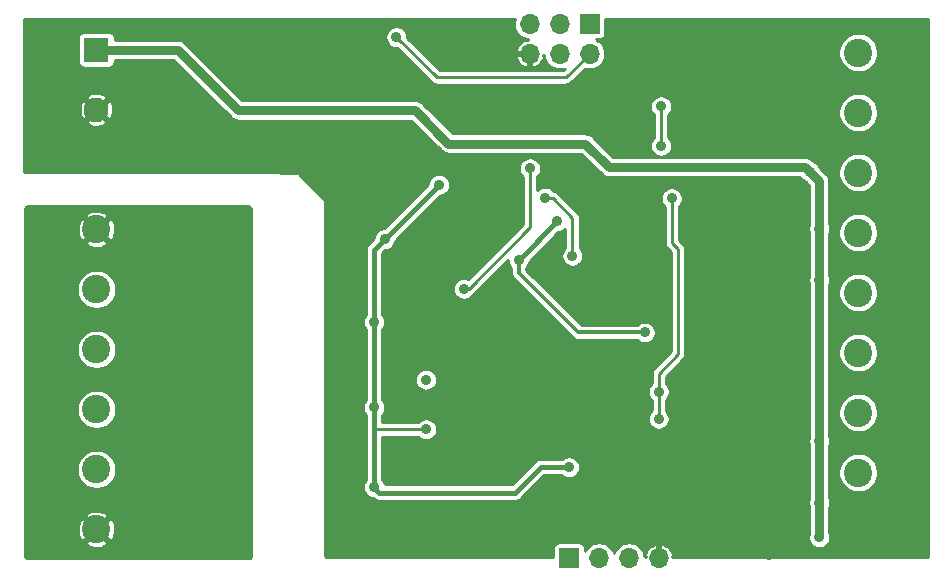
<source format=gbr>
G04 #@! TF.GenerationSoftware,KiCad,Pcbnew,(5.1.2)-2*
G04 #@! TF.CreationDate,2020-08-26T15:48:27-05:00*
G04 #@! TF.ProjectId,EDS-Relays,4544532d-5265-46c6-9179-732e6b696361,rev?*
G04 #@! TF.SameCoordinates,Original*
G04 #@! TF.FileFunction,Copper,L2,Bot*
G04 #@! TF.FilePolarity,Positive*
%FSLAX46Y46*%
G04 Gerber Fmt 4.6, Leading zero omitted, Abs format (unit mm)*
G04 Created by KiCad (PCBNEW (5.1.2)-2) date 2020-08-26 15:48:27*
%MOMM*%
%LPD*%
G04 APERTURE LIST*
%ADD10R,2.100000X2.100000*%
%ADD11C,2.100000*%
%ADD12C,2.400000*%
%ADD13R,1.700000X1.700000*%
%ADD14O,1.700000X1.700000*%
%ADD15C,0.900000*%
%ADD16C,0.750000*%
%ADD17C,0.250000*%
%ADD18C,0.450000*%
%ADD19C,0.350000*%
%ADD20C,0.254000*%
G04 APERTURE END LIST*
D10*
X107000000Y-77460000D03*
D11*
X107000000Y-82540000D03*
D12*
X107000000Y-118070000D03*
X107000000Y-112990000D03*
X107000000Y-107910000D03*
X107000000Y-102830000D03*
X107000000Y-92670000D03*
X107000000Y-97750000D03*
D13*
X148750000Y-75250000D03*
D14*
X148750000Y-77790000D03*
X146210000Y-75250000D03*
X146210000Y-77790000D03*
X143670000Y-75250000D03*
X143670000Y-77790000D03*
D13*
X147000000Y-120500000D03*
D14*
X149540000Y-120500000D03*
X152080000Y-120500000D03*
X154620000Y-120500000D03*
D12*
X171500000Y-82780000D03*
X171500000Y-87860000D03*
X171500000Y-92940000D03*
X171500000Y-98020000D03*
X171500000Y-108180000D03*
X171500000Y-103100000D03*
X171500000Y-113260000D03*
X171500000Y-77700000D03*
D15*
X113250000Y-86500000D03*
X129500000Y-112500000D03*
X129500000Y-119500000D03*
X129500000Y-105500000D03*
X129500000Y-98500000D03*
X118000000Y-85500000D03*
X122000000Y-84000000D03*
X116000000Y-84000000D03*
X131000000Y-79500000D03*
X136000000Y-77000000D03*
X139600000Y-81600000D03*
X143600000Y-106200000D03*
X146200000Y-103600000D03*
X148600000Y-108200000D03*
X157200000Y-92500000D03*
X116200000Y-76600000D03*
X103000000Y-86500000D03*
X103000000Y-83000000D03*
X103000000Y-80000000D03*
X103000000Y-76000000D03*
X118000000Y-84000000D03*
X133000000Y-119400000D03*
X157000000Y-116000000D03*
X154000000Y-114000000D03*
X139000000Y-119500000D03*
X137500000Y-90000000D03*
X129000000Y-92500000D03*
X133500000Y-88000000D03*
X139500000Y-77000000D03*
X158500000Y-94000000D03*
X160000000Y-94000000D03*
X161500000Y-94000000D03*
X160000000Y-117500000D03*
X158500000Y-117500000D03*
X161500000Y-117500000D03*
X156000000Y-76000000D03*
X158600000Y-85800000D03*
X159800000Y-85800000D03*
X161200000Y-85800000D03*
X162400000Y-85800000D03*
X158600000Y-84800000D03*
X159800000Y-84800000D03*
X161200000Y-84800000D03*
X162400000Y-84800000D03*
X162400000Y-79200000D03*
X161200000Y-79200000D03*
X159800000Y-79200000D03*
X158600000Y-79200000D03*
X158600000Y-80200000D03*
X159800000Y-80200000D03*
X161200000Y-80200000D03*
X161200000Y-80200000D03*
X162400000Y-80200000D03*
X158600000Y-88800000D03*
X159800000Y-88800000D03*
X161200000Y-88800000D03*
X162400000Y-88800000D03*
X158600000Y-76200000D03*
X159800000Y-76200000D03*
X161200000Y-76200000D03*
X162400000Y-76200000D03*
X158600000Y-102800000D03*
X159800000Y-102800000D03*
X161200000Y-102800000D03*
X162400000Y-102800000D03*
X158600000Y-103800000D03*
X159800000Y-103800000D03*
X161200000Y-103800000D03*
X162400000Y-103800000D03*
X162400000Y-109200000D03*
X161200000Y-109200000D03*
X159800000Y-109200000D03*
X158600000Y-109200000D03*
X158600000Y-108200000D03*
X159800000Y-108200000D03*
X161200000Y-108200000D03*
X162400000Y-108200000D03*
X158600000Y-99800000D03*
X159800000Y-99800000D03*
X161200000Y-99800000D03*
X162400000Y-99800000D03*
X158600000Y-112200000D03*
X159800000Y-112200000D03*
X161200000Y-112200000D03*
X162400000Y-112200000D03*
X163900000Y-96850000D03*
X163900000Y-120200000D03*
X151800000Y-76000000D03*
X151800000Y-79200000D03*
X150400000Y-80400000D03*
X152400000Y-90000000D03*
X152400000Y-94000000D03*
X152400000Y-98600000D03*
X154800000Y-92000000D03*
X154800000Y-96400000D03*
X154600000Y-118600000D03*
X175400000Y-77800000D03*
X175400000Y-82800000D03*
X175400000Y-88400000D03*
X175400000Y-93200000D03*
X175400000Y-98600000D03*
X175400000Y-103400000D03*
X175400000Y-108600000D03*
X175400000Y-114200000D03*
X139550000Y-99950000D03*
X140350000Y-94350000D03*
X139050000Y-95450000D03*
X138250000Y-96350000D03*
X140300000Y-98650000D03*
X141900000Y-107300000D03*
X142500000Y-82800000D03*
X140700000Y-89100000D03*
X168200000Y-115800000D03*
X168200000Y-92600000D03*
X167400000Y-87800000D03*
X168200000Y-110600000D03*
X168200000Y-96950000D03*
X168200000Y-118750000D03*
X103000000Y-93000000D03*
X116250000Y-119250000D03*
X116250000Y-112250000D03*
X116250000Y-105250000D03*
X116250000Y-98250000D03*
X103000000Y-98000000D03*
X103000000Y-104000000D03*
X103000000Y-109000000D03*
X103000000Y-114000000D03*
X103000000Y-119000000D03*
X112000000Y-93000000D03*
X117000000Y-93000000D03*
X112000000Y-99000000D03*
X112000000Y-105000000D03*
X112000000Y-112000000D03*
X110000000Y-118000000D03*
X147300000Y-94900000D03*
X145000000Y-90000000D03*
X138100000Y-97700000D03*
X143700000Y-87500000D03*
X134900000Y-105400000D03*
X154800000Y-85600000D03*
X154800000Y-82250000D03*
X155700000Y-90050000D03*
X154600000Y-106400000D03*
X154600000Y-108700000D03*
X136000000Y-88900000D03*
X130500000Y-114500000D03*
X130500000Y-107750000D03*
X130500000Y-100500000D03*
X146000000Y-92000000D03*
X142750000Y-95250000D03*
X153400000Y-101400000D03*
X132400000Y-76400000D03*
X134900000Y-109600000D03*
X147000000Y-112800000D03*
X131400000Y-93500000D03*
D16*
X107000000Y-77460000D02*
X113860000Y-77460000D01*
X113860000Y-77460000D02*
X119000000Y-82600000D01*
X119000000Y-82600000D02*
X134000000Y-82600000D01*
X134000000Y-82600000D02*
X136800000Y-85400000D01*
X136800000Y-85400000D02*
X148400000Y-85400000D01*
X148400000Y-85400000D02*
X150400000Y-87400000D01*
X150400000Y-87400000D02*
X167000000Y-87400000D01*
X168200000Y-88600000D02*
X168200000Y-92600000D01*
X167000000Y-87400000D02*
X167400000Y-87800000D01*
X167400000Y-87800000D02*
X168200000Y-88600000D01*
X168200000Y-110600000D02*
X168200000Y-115800000D01*
X168200000Y-92600000D02*
X168200000Y-96950000D01*
X168200000Y-96950000D02*
X168200000Y-110600000D01*
X168200000Y-115800000D02*
X168200000Y-118750000D01*
D17*
X147300000Y-91663604D02*
X147300000Y-92900000D01*
X145636396Y-90000000D02*
X147300000Y-91663604D01*
X145000000Y-90000000D02*
X145636396Y-90000000D01*
X147300000Y-92900000D02*
X147300000Y-94900000D01*
X143700000Y-87500000D02*
X143700000Y-92500000D01*
X143700000Y-92500000D02*
X138500000Y-97700000D01*
X138500000Y-97700000D02*
X138100000Y-97700000D01*
X154800000Y-82250000D02*
X154800000Y-85600000D01*
X156250000Y-94350000D02*
X155700000Y-93800000D01*
X155700000Y-93800000D02*
X155700000Y-90050000D01*
X154600000Y-104875000D02*
X156250000Y-103225000D01*
X154600000Y-106400000D02*
X154600000Y-104875000D01*
X156250000Y-103225000D02*
X156250000Y-94350000D01*
X154600000Y-106400000D02*
X154600000Y-108700000D01*
D18*
X130500000Y-107750000D02*
X130500000Y-100500000D01*
X130500000Y-114500000D02*
X130500000Y-110400000D01*
X130500000Y-110400000D02*
X130500000Y-107750000D01*
X146000000Y-92000000D02*
X142750000Y-95250000D01*
D19*
X142750000Y-95250000D02*
X142750000Y-96350000D01*
X142750000Y-96350000D02*
X147800000Y-101400000D01*
X147800000Y-101400000D02*
X153400000Y-101400000D01*
D17*
X132400000Y-76400000D02*
X135800000Y-79800000D01*
X146740000Y-79800000D02*
X148750000Y-77790000D01*
X135800000Y-79800000D02*
X146740000Y-79800000D01*
X130500000Y-109600000D02*
X130500000Y-110400000D01*
X134900000Y-109600000D02*
X130500000Y-109600000D01*
D18*
X130949999Y-114949999D02*
X142450001Y-114949999D01*
X130500000Y-114500000D02*
X130949999Y-114949999D01*
X144600000Y-112800000D02*
X147000000Y-112800000D01*
X142450001Y-114949999D02*
X144600000Y-112800000D01*
X131400000Y-93500000D02*
X136000000Y-88900000D01*
X130500000Y-94400000D02*
X130500000Y-100500000D01*
X131400000Y-93500000D02*
X130500000Y-94400000D01*
D20*
G36*
X119918420Y-90739419D02*
G01*
X119980145Y-90770870D01*
X120029130Y-90819855D01*
X120060581Y-90881580D01*
X120073000Y-90959992D01*
X120073000Y-120387491D01*
X120065144Y-120426984D01*
X120049859Y-120449859D01*
X120026984Y-120465144D01*
X119987491Y-120473000D01*
X101159992Y-120473000D01*
X101081580Y-120460581D01*
X101019855Y-120429130D01*
X100970870Y-120380145D01*
X100939419Y-120318420D01*
X100927000Y-120240008D01*
X100927000Y-119211970D01*
X106037635Y-119211970D01*
X106171949Y-119425780D01*
X106452360Y-119561274D01*
X106753816Y-119639460D01*
X107064732Y-119657331D01*
X107373161Y-119614202D01*
X107667251Y-119511731D01*
X107828051Y-119425780D01*
X107962365Y-119211970D01*
X107000000Y-118249605D01*
X106037635Y-119211970D01*
X100927000Y-119211970D01*
X100927000Y-118134732D01*
X105412669Y-118134732D01*
X105455798Y-118443161D01*
X105558269Y-118737251D01*
X105644220Y-118898051D01*
X105858030Y-119032365D01*
X106820395Y-118070000D01*
X107179605Y-118070000D01*
X108141970Y-119032365D01*
X108355780Y-118898051D01*
X108491274Y-118617640D01*
X108569460Y-118316184D01*
X108587331Y-118005268D01*
X108544202Y-117696839D01*
X108441731Y-117402749D01*
X108355780Y-117241949D01*
X108141970Y-117107635D01*
X107179605Y-118070000D01*
X106820395Y-118070000D01*
X105858030Y-117107635D01*
X105644220Y-117241949D01*
X105508726Y-117522360D01*
X105430540Y-117823816D01*
X105412669Y-118134732D01*
X100927000Y-118134732D01*
X100927000Y-116928030D01*
X106037635Y-116928030D01*
X107000000Y-117890395D01*
X107962365Y-116928030D01*
X107828051Y-116714220D01*
X107547640Y-116578726D01*
X107246184Y-116500540D01*
X106935268Y-116482669D01*
X106626839Y-116525798D01*
X106332749Y-116628269D01*
X106171949Y-116714220D01*
X106037635Y-116928030D01*
X100927000Y-116928030D01*
X100927000Y-112824436D01*
X105319000Y-112824436D01*
X105319000Y-113155564D01*
X105383600Y-113480330D01*
X105510317Y-113786252D01*
X105694282Y-114061575D01*
X105928425Y-114295718D01*
X106203748Y-114479683D01*
X106509670Y-114606400D01*
X106834436Y-114671000D01*
X107165564Y-114671000D01*
X107490330Y-114606400D01*
X107796252Y-114479683D01*
X108071575Y-114295718D01*
X108305718Y-114061575D01*
X108489683Y-113786252D01*
X108616400Y-113480330D01*
X108681000Y-113155564D01*
X108681000Y-112824436D01*
X108616400Y-112499670D01*
X108489683Y-112193748D01*
X108305718Y-111918425D01*
X108071575Y-111684282D01*
X107796252Y-111500317D01*
X107490330Y-111373600D01*
X107165564Y-111309000D01*
X106834436Y-111309000D01*
X106509670Y-111373600D01*
X106203748Y-111500317D01*
X105928425Y-111684282D01*
X105694282Y-111918425D01*
X105510317Y-112193748D01*
X105383600Y-112499670D01*
X105319000Y-112824436D01*
X100927000Y-112824436D01*
X100927000Y-107744436D01*
X105319000Y-107744436D01*
X105319000Y-108075564D01*
X105383600Y-108400330D01*
X105510317Y-108706252D01*
X105694282Y-108981575D01*
X105928425Y-109215718D01*
X106203748Y-109399683D01*
X106509670Y-109526400D01*
X106834436Y-109591000D01*
X107165564Y-109591000D01*
X107490330Y-109526400D01*
X107796252Y-109399683D01*
X108071575Y-109215718D01*
X108305718Y-108981575D01*
X108489683Y-108706252D01*
X108616400Y-108400330D01*
X108681000Y-108075564D01*
X108681000Y-107744436D01*
X108616400Y-107419670D01*
X108489683Y-107113748D01*
X108305718Y-106838425D01*
X108071575Y-106604282D01*
X107796252Y-106420317D01*
X107490330Y-106293600D01*
X107165564Y-106229000D01*
X106834436Y-106229000D01*
X106509670Y-106293600D01*
X106203748Y-106420317D01*
X105928425Y-106604282D01*
X105694282Y-106838425D01*
X105510317Y-107113748D01*
X105383600Y-107419670D01*
X105319000Y-107744436D01*
X100927000Y-107744436D01*
X100927000Y-102664436D01*
X105319000Y-102664436D01*
X105319000Y-102995564D01*
X105383600Y-103320330D01*
X105510317Y-103626252D01*
X105694282Y-103901575D01*
X105928425Y-104135718D01*
X106203748Y-104319683D01*
X106509670Y-104446400D01*
X106834436Y-104511000D01*
X107165564Y-104511000D01*
X107490330Y-104446400D01*
X107796252Y-104319683D01*
X108071575Y-104135718D01*
X108305718Y-103901575D01*
X108489683Y-103626252D01*
X108616400Y-103320330D01*
X108681000Y-102995564D01*
X108681000Y-102664436D01*
X108616400Y-102339670D01*
X108489683Y-102033748D01*
X108305718Y-101758425D01*
X108071575Y-101524282D01*
X107796252Y-101340317D01*
X107490330Y-101213600D01*
X107165564Y-101149000D01*
X106834436Y-101149000D01*
X106509670Y-101213600D01*
X106203748Y-101340317D01*
X105928425Y-101524282D01*
X105694282Y-101758425D01*
X105510317Y-102033748D01*
X105383600Y-102339670D01*
X105319000Y-102664436D01*
X100927000Y-102664436D01*
X100927000Y-97584436D01*
X105319000Y-97584436D01*
X105319000Y-97915564D01*
X105383600Y-98240330D01*
X105510317Y-98546252D01*
X105694282Y-98821575D01*
X105928425Y-99055718D01*
X106203748Y-99239683D01*
X106509670Y-99366400D01*
X106834436Y-99431000D01*
X107165564Y-99431000D01*
X107490330Y-99366400D01*
X107796252Y-99239683D01*
X108071575Y-99055718D01*
X108305718Y-98821575D01*
X108489683Y-98546252D01*
X108616400Y-98240330D01*
X108681000Y-97915564D01*
X108681000Y-97584436D01*
X108616400Y-97259670D01*
X108489683Y-96953748D01*
X108305718Y-96678425D01*
X108071575Y-96444282D01*
X107796252Y-96260317D01*
X107490330Y-96133600D01*
X107165564Y-96069000D01*
X106834436Y-96069000D01*
X106509670Y-96133600D01*
X106203748Y-96260317D01*
X105928425Y-96444282D01*
X105694282Y-96678425D01*
X105510317Y-96953748D01*
X105383600Y-97259670D01*
X105319000Y-97584436D01*
X100927000Y-97584436D01*
X100927000Y-93811970D01*
X106037635Y-93811970D01*
X106171949Y-94025780D01*
X106452360Y-94161274D01*
X106753816Y-94239460D01*
X107064732Y-94257331D01*
X107373161Y-94214202D01*
X107667251Y-94111731D01*
X107828051Y-94025780D01*
X107962365Y-93811970D01*
X107000000Y-92849605D01*
X106037635Y-93811970D01*
X100927000Y-93811970D01*
X100927000Y-92734732D01*
X105412669Y-92734732D01*
X105455798Y-93043161D01*
X105558269Y-93337251D01*
X105644220Y-93498051D01*
X105858030Y-93632365D01*
X106820395Y-92670000D01*
X107179605Y-92670000D01*
X108141970Y-93632365D01*
X108355780Y-93498051D01*
X108491274Y-93217640D01*
X108569460Y-92916184D01*
X108587331Y-92605268D01*
X108544202Y-92296839D01*
X108441731Y-92002749D01*
X108355780Y-91841949D01*
X108141970Y-91707635D01*
X107179605Y-92670000D01*
X106820395Y-92670000D01*
X105858030Y-91707635D01*
X105644220Y-91841949D01*
X105508726Y-92122360D01*
X105430540Y-92423816D01*
X105412669Y-92734732D01*
X100927000Y-92734732D01*
X100927000Y-91528030D01*
X106037635Y-91528030D01*
X107000000Y-92490395D01*
X107962365Y-91528030D01*
X107828051Y-91314220D01*
X107547640Y-91178726D01*
X107246184Y-91100540D01*
X106935268Y-91082669D01*
X106626839Y-91125798D01*
X106332749Y-91228269D01*
X106171949Y-91314220D01*
X106037635Y-91528030D01*
X100927000Y-91528030D01*
X100927000Y-90959992D01*
X100939419Y-90881580D01*
X100970870Y-90819855D01*
X101019855Y-90770870D01*
X101081580Y-90739419D01*
X101159992Y-90727000D01*
X119840008Y-90727000D01*
X119918420Y-90739419D01*
X119918420Y-90739419D01*
G37*
X119918420Y-90739419D02*
X119980145Y-90770870D01*
X120029130Y-90819855D01*
X120060581Y-90881580D01*
X120073000Y-90959992D01*
X120073000Y-120387491D01*
X120065144Y-120426984D01*
X120049859Y-120449859D01*
X120026984Y-120465144D01*
X119987491Y-120473000D01*
X101159992Y-120473000D01*
X101081580Y-120460581D01*
X101019855Y-120429130D01*
X100970870Y-120380145D01*
X100939419Y-120318420D01*
X100927000Y-120240008D01*
X100927000Y-119211970D01*
X106037635Y-119211970D01*
X106171949Y-119425780D01*
X106452360Y-119561274D01*
X106753816Y-119639460D01*
X107064732Y-119657331D01*
X107373161Y-119614202D01*
X107667251Y-119511731D01*
X107828051Y-119425780D01*
X107962365Y-119211970D01*
X107000000Y-118249605D01*
X106037635Y-119211970D01*
X100927000Y-119211970D01*
X100927000Y-118134732D01*
X105412669Y-118134732D01*
X105455798Y-118443161D01*
X105558269Y-118737251D01*
X105644220Y-118898051D01*
X105858030Y-119032365D01*
X106820395Y-118070000D01*
X107179605Y-118070000D01*
X108141970Y-119032365D01*
X108355780Y-118898051D01*
X108491274Y-118617640D01*
X108569460Y-118316184D01*
X108587331Y-118005268D01*
X108544202Y-117696839D01*
X108441731Y-117402749D01*
X108355780Y-117241949D01*
X108141970Y-117107635D01*
X107179605Y-118070000D01*
X106820395Y-118070000D01*
X105858030Y-117107635D01*
X105644220Y-117241949D01*
X105508726Y-117522360D01*
X105430540Y-117823816D01*
X105412669Y-118134732D01*
X100927000Y-118134732D01*
X100927000Y-116928030D01*
X106037635Y-116928030D01*
X107000000Y-117890395D01*
X107962365Y-116928030D01*
X107828051Y-116714220D01*
X107547640Y-116578726D01*
X107246184Y-116500540D01*
X106935268Y-116482669D01*
X106626839Y-116525798D01*
X106332749Y-116628269D01*
X106171949Y-116714220D01*
X106037635Y-116928030D01*
X100927000Y-116928030D01*
X100927000Y-112824436D01*
X105319000Y-112824436D01*
X105319000Y-113155564D01*
X105383600Y-113480330D01*
X105510317Y-113786252D01*
X105694282Y-114061575D01*
X105928425Y-114295718D01*
X106203748Y-114479683D01*
X106509670Y-114606400D01*
X106834436Y-114671000D01*
X107165564Y-114671000D01*
X107490330Y-114606400D01*
X107796252Y-114479683D01*
X108071575Y-114295718D01*
X108305718Y-114061575D01*
X108489683Y-113786252D01*
X108616400Y-113480330D01*
X108681000Y-113155564D01*
X108681000Y-112824436D01*
X108616400Y-112499670D01*
X108489683Y-112193748D01*
X108305718Y-111918425D01*
X108071575Y-111684282D01*
X107796252Y-111500317D01*
X107490330Y-111373600D01*
X107165564Y-111309000D01*
X106834436Y-111309000D01*
X106509670Y-111373600D01*
X106203748Y-111500317D01*
X105928425Y-111684282D01*
X105694282Y-111918425D01*
X105510317Y-112193748D01*
X105383600Y-112499670D01*
X105319000Y-112824436D01*
X100927000Y-112824436D01*
X100927000Y-107744436D01*
X105319000Y-107744436D01*
X105319000Y-108075564D01*
X105383600Y-108400330D01*
X105510317Y-108706252D01*
X105694282Y-108981575D01*
X105928425Y-109215718D01*
X106203748Y-109399683D01*
X106509670Y-109526400D01*
X106834436Y-109591000D01*
X107165564Y-109591000D01*
X107490330Y-109526400D01*
X107796252Y-109399683D01*
X108071575Y-109215718D01*
X108305718Y-108981575D01*
X108489683Y-108706252D01*
X108616400Y-108400330D01*
X108681000Y-108075564D01*
X108681000Y-107744436D01*
X108616400Y-107419670D01*
X108489683Y-107113748D01*
X108305718Y-106838425D01*
X108071575Y-106604282D01*
X107796252Y-106420317D01*
X107490330Y-106293600D01*
X107165564Y-106229000D01*
X106834436Y-106229000D01*
X106509670Y-106293600D01*
X106203748Y-106420317D01*
X105928425Y-106604282D01*
X105694282Y-106838425D01*
X105510317Y-107113748D01*
X105383600Y-107419670D01*
X105319000Y-107744436D01*
X100927000Y-107744436D01*
X100927000Y-102664436D01*
X105319000Y-102664436D01*
X105319000Y-102995564D01*
X105383600Y-103320330D01*
X105510317Y-103626252D01*
X105694282Y-103901575D01*
X105928425Y-104135718D01*
X106203748Y-104319683D01*
X106509670Y-104446400D01*
X106834436Y-104511000D01*
X107165564Y-104511000D01*
X107490330Y-104446400D01*
X107796252Y-104319683D01*
X108071575Y-104135718D01*
X108305718Y-103901575D01*
X108489683Y-103626252D01*
X108616400Y-103320330D01*
X108681000Y-102995564D01*
X108681000Y-102664436D01*
X108616400Y-102339670D01*
X108489683Y-102033748D01*
X108305718Y-101758425D01*
X108071575Y-101524282D01*
X107796252Y-101340317D01*
X107490330Y-101213600D01*
X107165564Y-101149000D01*
X106834436Y-101149000D01*
X106509670Y-101213600D01*
X106203748Y-101340317D01*
X105928425Y-101524282D01*
X105694282Y-101758425D01*
X105510317Y-102033748D01*
X105383600Y-102339670D01*
X105319000Y-102664436D01*
X100927000Y-102664436D01*
X100927000Y-97584436D01*
X105319000Y-97584436D01*
X105319000Y-97915564D01*
X105383600Y-98240330D01*
X105510317Y-98546252D01*
X105694282Y-98821575D01*
X105928425Y-99055718D01*
X106203748Y-99239683D01*
X106509670Y-99366400D01*
X106834436Y-99431000D01*
X107165564Y-99431000D01*
X107490330Y-99366400D01*
X107796252Y-99239683D01*
X108071575Y-99055718D01*
X108305718Y-98821575D01*
X108489683Y-98546252D01*
X108616400Y-98240330D01*
X108681000Y-97915564D01*
X108681000Y-97584436D01*
X108616400Y-97259670D01*
X108489683Y-96953748D01*
X108305718Y-96678425D01*
X108071575Y-96444282D01*
X107796252Y-96260317D01*
X107490330Y-96133600D01*
X107165564Y-96069000D01*
X106834436Y-96069000D01*
X106509670Y-96133600D01*
X106203748Y-96260317D01*
X105928425Y-96444282D01*
X105694282Y-96678425D01*
X105510317Y-96953748D01*
X105383600Y-97259670D01*
X105319000Y-97584436D01*
X100927000Y-97584436D01*
X100927000Y-93811970D01*
X106037635Y-93811970D01*
X106171949Y-94025780D01*
X106452360Y-94161274D01*
X106753816Y-94239460D01*
X107064732Y-94257331D01*
X107373161Y-94214202D01*
X107667251Y-94111731D01*
X107828051Y-94025780D01*
X107962365Y-93811970D01*
X107000000Y-92849605D01*
X106037635Y-93811970D01*
X100927000Y-93811970D01*
X100927000Y-92734732D01*
X105412669Y-92734732D01*
X105455798Y-93043161D01*
X105558269Y-93337251D01*
X105644220Y-93498051D01*
X105858030Y-93632365D01*
X106820395Y-92670000D01*
X107179605Y-92670000D01*
X108141970Y-93632365D01*
X108355780Y-93498051D01*
X108491274Y-93217640D01*
X108569460Y-92916184D01*
X108587331Y-92605268D01*
X108544202Y-92296839D01*
X108441731Y-92002749D01*
X108355780Y-91841949D01*
X108141970Y-91707635D01*
X107179605Y-92670000D01*
X106820395Y-92670000D01*
X105858030Y-91707635D01*
X105644220Y-91841949D01*
X105508726Y-92122360D01*
X105430540Y-92423816D01*
X105412669Y-92734732D01*
X100927000Y-92734732D01*
X100927000Y-91528030D01*
X106037635Y-91528030D01*
X107000000Y-92490395D01*
X107962365Y-91528030D01*
X107828051Y-91314220D01*
X107547640Y-91178726D01*
X107246184Y-91100540D01*
X106935268Y-91082669D01*
X106626839Y-91125798D01*
X106332749Y-91228269D01*
X106171949Y-91314220D01*
X106037635Y-91528030D01*
X100927000Y-91528030D01*
X100927000Y-90959992D01*
X100939419Y-90881580D01*
X100970870Y-90819855D01*
X101019855Y-90770870D01*
X101081580Y-90739419D01*
X101159992Y-90727000D01*
X119840008Y-90727000D01*
X119918420Y-90739419D01*
G36*
X142358259Y-74989078D02*
G01*
X142332560Y-75250000D01*
X142358259Y-75510922D01*
X142434367Y-75761816D01*
X142557959Y-75993042D01*
X142724287Y-76195713D01*
X142926958Y-76362041D01*
X143158184Y-76485633D01*
X143409078Y-76561741D01*
X143542998Y-76574931D01*
X143542998Y-76661372D01*
X143353020Y-76600511D01*
X143272712Y-76624866D01*
X143053039Y-76724761D01*
X142857076Y-76865592D01*
X142692353Y-77041948D01*
X142565201Y-77247051D01*
X142480505Y-77473019D01*
X142540813Y-77663000D01*
X143543000Y-77663000D01*
X143543000Y-77643000D01*
X143797000Y-77643000D01*
X143797000Y-77663000D01*
X143817000Y-77663000D01*
X143817000Y-77917000D01*
X143797000Y-77917000D01*
X143797000Y-78918627D01*
X143986980Y-78979489D01*
X144067288Y-78955134D01*
X144286961Y-78855239D01*
X144482924Y-78714408D01*
X144647647Y-78538052D01*
X144774799Y-78332949D01*
X144859495Y-78106981D01*
X144799188Y-77917002D01*
X144885069Y-77917002D01*
X144898259Y-78050922D01*
X144974367Y-78301816D01*
X145097959Y-78533042D01*
X145264287Y-78735713D01*
X145466958Y-78902041D01*
X145698184Y-79025633D01*
X145949078Y-79101741D01*
X146144615Y-79121000D01*
X146275385Y-79121000D01*
X146470922Y-79101741D01*
X146629285Y-79053702D01*
X146488987Y-79194000D01*
X136051014Y-79194000D01*
X134963995Y-78106981D01*
X142480505Y-78106981D01*
X142565201Y-78332949D01*
X142692353Y-78538052D01*
X142857076Y-78714408D01*
X143053039Y-78855239D01*
X143272712Y-78955134D01*
X143353020Y-78979489D01*
X143543000Y-78918627D01*
X143543000Y-77917000D01*
X142540813Y-77917000D01*
X142480505Y-78106981D01*
X134963995Y-78106981D01*
X133331000Y-76473987D01*
X133331000Y-76308304D01*
X133295222Y-76128437D01*
X133225042Y-75959006D01*
X133123155Y-75806522D01*
X132993478Y-75676845D01*
X132840994Y-75574958D01*
X132671563Y-75504778D01*
X132491696Y-75469000D01*
X132308304Y-75469000D01*
X132128437Y-75504778D01*
X131959006Y-75574958D01*
X131806522Y-75676845D01*
X131676845Y-75806522D01*
X131574958Y-75959006D01*
X131504778Y-76128437D01*
X131469000Y-76308304D01*
X131469000Y-76491696D01*
X131504778Y-76671563D01*
X131574958Y-76840994D01*
X131676845Y-76993478D01*
X131806522Y-77123155D01*
X131959006Y-77225042D01*
X132128437Y-77295222D01*
X132308304Y-77331000D01*
X132473987Y-77331000D01*
X135350447Y-80207461D01*
X135369420Y-80230580D01*
X135392539Y-80249553D01*
X135392543Y-80249557D01*
X135461695Y-80306308D01*
X135517967Y-80336386D01*
X135566972Y-80362580D01*
X135681203Y-80397232D01*
X135770230Y-80406000D01*
X135770242Y-80406000D01*
X135799999Y-80408931D01*
X135829757Y-80406000D01*
X146710235Y-80406000D01*
X146740000Y-80408932D01*
X146769765Y-80406000D01*
X146769770Y-80406000D01*
X146858797Y-80397232D01*
X146973028Y-80362580D01*
X147078304Y-80306308D01*
X147170580Y-80230580D01*
X147189558Y-80207455D01*
X148340380Y-79056634D01*
X148489078Y-79101741D01*
X148684615Y-79121000D01*
X148815385Y-79121000D01*
X149010922Y-79101741D01*
X149261816Y-79025633D01*
X149493042Y-78902041D01*
X149695713Y-78735713D01*
X149862041Y-78533042D01*
X149985633Y-78301816D01*
X150061741Y-78050922D01*
X150087440Y-77790000D01*
X150062269Y-77534436D01*
X169819000Y-77534436D01*
X169819000Y-77865564D01*
X169883600Y-78190330D01*
X170010317Y-78496252D01*
X170194282Y-78771575D01*
X170428425Y-79005718D01*
X170703748Y-79189683D01*
X171009670Y-79316400D01*
X171334436Y-79381000D01*
X171665564Y-79381000D01*
X171990330Y-79316400D01*
X172296252Y-79189683D01*
X172571575Y-79005718D01*
X172805718Y-78771575D01*
X172989683Y-78496252D01*
X173116400Y-78190330D01*
X173181000Y-77865564D01*
X173181000Y-77534436D01*
X173116400Y-77209670D01*
X172989683Y-76903748D01*
X172805718Y-76628425D01*
X172571575Y-76394282D01*
X172296252Y-76210317D01*
X171990330Y-76083600D01*
X171665564Y-76019000D01*
X171334436Y-76019000D01*
X171009670Y-76083600D01*
X170703748Y-76210317D01*
X170428425Y-76394282D01*
X170194282Y-76628425D01*
X170010317Y-76903748D01*
X169883600Y-77209670D01*
X169819000Y-77534436D01*
X150062269Y-77534436D01*
X150061741Y-77529078D01*
X149985633Y-77278184D01*
X149862041Y-77046958D01*
X149695713Y-76844287D01*
X149493042Y-76677959D01*
X149315997Y-76583327D01*
X149600000Y-76583327D01*
X149694292Y-76574040D01*
X149784961Y-76546536D01*
X149868522Y-76501872D01*
X149941764Y-76441764D01*
X150001872Y-76368522D01*
X150046536Y-76284961D01*
X150074040Y-76194292D01*
X150083327Y-76100000D01*
X150083327Y-74877000D01*
X177333279Y-74877000D01*
X177359259Y-74883961D01*
X177366039Y-74890741D01*
X177373000Y-74916721D01*
X177373000Y-120333279D01*
X177366039Y-120359259D01*
X177359259Y-120366039D01*
X177333279Y-120373000D01*
X155851000Y-120373000D01*
X155851000Y-120372998D01*
X155749188Y-120372998D01*
X155809495Y-120183019D01*
X155724799Y-119957051D01*
X155597647Y-119751948D01*
X155432924Y-119575592D01*
X155236961Y-119434761D01*
X155017288Y-119334866D01*
X154936980Y-119310511D01*
X154747000Y-119371373D01*
X154747000Y-120373000D01*
X154493000Y-120373000D01*
X154493000Y-119371373D01*
X154303020Y-119310511D01*
X154222712Y-119334866D01*
X154003039Y-119434761D01*
X153807076Y-119575592D01*
X153642353Y-119751948D01*
X153515201Y-119957051D01*
X153430505Y-120183019D01*
X153490812Y-120372998D01*
X153404931Y-120372998D01*
X153391741Y-120239078D01*
X153315633Y-119988184D01*
X153192041Y-119756958D01*
X153025713Y-119554287D01*
X152823042Y-119387959D01*
X152591816Y-119264367D01*
X152340922Y-119188259D01*
X152145385Y-119169000D01*
X152014615Y-119169000D01*
X151819078Y-119188259D01*
X151568184Y-119264367D01*
X151336958Y-119387959D01*
X151134287Y-119554287D01*
X150967959Y-119756958D01*
X150844367Y-119988184D01*
X150810000Y-120101477D01*
X150775633Y-119988184D01*
X150652041Y-119756958D01*
X150485713Y-119554287D01*
X150283042Y-119387959D01*
X150051816Y-119264367D01*
X149800922Y-119188259D01*
X149605385Y-119169000D01*
X149474615Y-119169000D01*
X149279078Y-119188259D01*
X149028184Y-119264367D01*
X148796958Y-119387959D01*
X148594287Y-119554287D01*
X148427959Y-119756958D01*
X148333327Y-119934003D01*
X148333327Y-119650000D01*
X148324040Y-119555708D01*
X148296536Y-119465039D01*
X148251872Y-119381478D01*
X148191764Y-119308236D01*
X148118522Y-119248128D01*
X148034961Y-119203464D01*
X147944292Y-119175960D01*
X147850000Y-119166673D01*
X146150000Y-119166673D01*
X146055708Y-119175960D01*
X145965039Y-119203464D01*
X145881478Y-119248128D01*
X145808236Y-119308236D01*
X145748128Y-119381478D01*
X145703464Y-119465039D01*
X145675960Y-119555708D01*
X145666673Y-119650000D01*
X145666673Y-120373000D01*
X126416721Y-120373000D01*
X126390741Y-120366039D01*
X126383961Y-120359259D01*
X126377000Y-120333279D01*
X126377000Y-100408304D01*
X129569000Y-100408304D01*
X129569000Y-100591696D01*
X129604778Y-100771563D01*
X129674958Y-100940994D01*
X129776845Y-101093478D01*
X129794001Y-101110634D01*
X129794000Y-107139367D01*
X129776845Y-107156522D01*
X129674958Y-107309006D01*
X129604778Y-107478437D01*
X129569000Y-107658304D01*
X129569000Y-107841696D01*
X129604778Y-108021563D01*
X129674958Y-108190994D01*
X129776845Y-108343478D01*
X129794001Y-108360634D01*
X129794000Y-110434683D01*
X129794001Y-110434693D01*
X129794000Y-113889367D01*
X129776845Y-113906522D01*
X129674958Y-114059006D01*
X129604778Y-114228437D01*
X129569000Y-114408304D01*
X129569000Y-114591696D01*
X129604778Y-114771563D01*
X129674958Y-114940994D01*
X129776845Y-115093478D01*
X129906522Y-115223155D01*
X130059006Y-115325042D01*
X130228437Y-115395222D01*
X130408304Y-115431000D01*
X130431434Y-115431000D01*
X130448366Y-115451632D01*
X130528776Y-115517623D01*
X130555868Y-115539857D01*
X130678517Y-115605414D01*
X130811599Y-115645784D01*
X130915315Y-115655999D01*
X130915318Y-115655999D01*
X130949999Y-115659415D01*
X130984680Y-115655999D01*
X142415320Y-115655999D01*
X142450001Y-115659415D01*
X142484682Y-115655999D01*
X142484685Y-115655999D01*
X142588401Y-115645784D01*
X142721483Y-115605414D01*
X142844131Y-115539857D01*
X142951634Y-115451632D01*
X142973747Y-115424687D01*
X144892434Y-113506000D01*
X146389367Y-113506000D01*
X146406522Y-113523155D01*
X146559006Y-113625042D01*
X146728437Y-113695222D01*
X146908304Y-113731000D01*
X147091696Y-113731000D01*
X147271563Y-113695222D01*
X147440994Y-113625042D01*
X147593478Y-113523155D01*
X147723155Y-113393478D01*
X147825042Y-113240994D01*
X147895222Y-113071563D01*
X147931000Y-112891696D01*
X147931000Y-112708304D01*
X147895222Y-112528437D01*
X147825042Y-112359006D01*
X147723155Y-112206522D01*
X147593478Y-112076845D01*
X147440994Y-111974958D01*
X147271563Y-111904778D01*
X147091696Y-111869000D01*
X146908304Y-111869000D01*
X146728437Y-111904778D01*
X146559006Y-111974958D01*
X146406522Y-112076845D01*
X146389367Y-112094000D01*
X144634681Y-112094000D01*
X144600000Y-112090584D01*
X144565319Y-112094000D01*
X144565316Y-112094000D01*
X144461600Y-112104215D01*
X144328518Y-112144585D01*
X144205869Y-112210142D01*
X144165050Y-112243642D01*
X144098367Y-112298367D01*
X144076254Y-112325312D01*
X142157567Y-114243999D01*
X131398317Y-114243999D01*
X131395222Y-114228437D01*
X131325042Y-114059006D01*
X131223155Y-113906522D01*
X131206000Y-113889367D01*
X131206000Y-110206000D01*
X134189367Y-110206000D01*
X134306522Y-110323155D01*
X134459006Y-110425042D01*
X134628437Y-110495222D01*
X134808304Y-110531000D01*
X134991696Y-110531000D01*
X135171563Y-110495222D01*
X135340994Y-110425042D01*
X135493478Y-110323155D01*
X135623155Y-110193478D01*
X135725042Y-110040994D01*
X135795222Y-109871563D01*
X135831000Y-109691696D01*
X135831000Y-109508304D01*
X135795222Y-109328437D01*
X135725042Y-109159006D01*
X135623155Y-109006522D01*
X135493478Y-108876845D01*
X135340994Y-108774958D01*
X135171563Y-108704778D01*
X134991696Y-108669000D01*
X134808304Y-108669000D01*
X134628437Y-108704778D01*
X134459006Y-108774958D01*
X134306522Y-108876845D01*
X134189367Y-108994000D01*
X131206000Y-108994000D01*
X131206000Y-108360633D01*
X131223155Y-108343478D01*
X131325042Y-108190994D01*
X131395222Y-108021563D01*
X131431000Y-107841696D01*
X131431000Y-107658304D01*
X131395222Y-107478437D01*
X131325042Y-107309006D01*
X131223155Y-107156522D01*
X131206000Y-107139367D01*
X131206000Y-105308304D01*
X133969000Y-105308304D01*
X133969000Y-105491696D01*
X134004778Y-105671563D01*
X134074958Y-105840994D01*
X134176845Y-105993478D01*
X134306522Y-106123155D01*
X134459006Y-106225042D01*
X134628437Y-106295222D01*
X134808304Y-106331000D01*
X134991696Y-106331000D01*
X135105795Y-106308304D01*
X153669000Y-106308304D01*
X153669000Y-106491696D01*
X153704778Y-106671563D01*
X153774958Y-106840994D01*
X153876845Y-106993478D01*
X153994000Y-107110633D01*
X153994001Y-107989366D01*
X153876845Y-108106522D01*
X153774958Y-108259006D01*
X153704778Y-108428437D01*
X153669000Y-108608304D01*
X153669000Y-108791696D01*
X153704778Y-108971563D01*
X153774958Y-109140994D01*
X153876845Y-109293478D01*
X154006522Y-109423155D01*
X154159006Y-109525042D01*
X154328437Y-109595222D01*
X154508304Y-109631000D01*
X154691696Y-109631000D01*
X154871563Y-109595222D01*
X155040994Y-109525042D01*
X155193478Y-109423155D01*
X155323155Y-109293478D01*
X155425042Y-109140994D01*
X155495222Y-108971563D01*
X155531000Y-108791696D01*
X155531000Y-108608304D01*
X155495222Y-108428437D01*
X155425042Y-108259006D01*
X155323155Y-108106522D01*
X155206000Y-107989367D01*
X155206000Y-107110633D01*
X155323155Y-106993478D01*
X155425042Y-106840994D01*
X155495222Y-106671563D01*
X155531000Y-106491696D01*
X155531000Y-106308304D01*
X155495222Y-106128437D01*
X155425042Y-105959006D01*
X155323155Y-105806522D01*
X155206000Y-105689367D01*
X155206000Y-105126013D01*
X156657462Y-103674552D01*
X156680580Y-103655580D01*
X156699553Y-103632461D01*
X156699557Y-103632457D01*
X156756308Y-103563305D01*
X156812579Y-103458029D01*
X156812580Y-103458028D01*
X156847232Y-103343797D01*
X156856000Y-103254770D01*
X156856000Y-103254759D01*
X156858931Y-103225001D01*
X156856000Y-103195243D01*
X156856000Y-94379757D01*
X156858931Y-94349999D01*
X156856000Y-94320241D01*
X156856000Y-94320230D01*
X156847232Y-94231203D01*
X156812580Y-94116972D01*
X156786386Y-94067967D01*
X156756308Y-94011695D01*
X156699556Y-93942543D01*
X156680580Y-93919420D01*
X156657455Y-93900442D01*
X156306000Y-93548987D01*
X156306000Y-90760633D01*
X156423155Y-90643478D01*
X156525042Y-90490994D01*
X156595222Y-90321563D01*
X156631000Y-90141696D01*
X156631000Y-89958304D01*
X156595222Y-89778437D01*
X156525042Y-89609006D01*
X156423155Y-89456522D01*
X156293478Y-89326845D01*
X156140994Y-89224958D01*
X155971563Y-89154778D01*
X155791696Y-89119000D01*
X155608304Y-89119000D01*
X155428437Y-89154778D01*
X155259006Y-89224958D01*
X155106522Y-89326845D01*
X154976845Y-89456522D01*
X154874958Y-89609006D01*
X154804778Y-89778437D01*
X154769000Y-89958304D01*
X154769000Y-90141696D01*
X154804778Y-90321563D01*
X154874958Y-90490994D01*
X154976845Y-90643478D01*
X155094001Y-90760634D01*
X155094000Y-93770235D01*
X155091068Y-93800000D01*
X155094000Y-93829765D01*
X155094000Y-93829769D01*
X155102768Y-93918796D01*
X155137420Y-94033027D01*
X155137421Y-94033028D01*
X155193692Y-94138304D01*
X155240864Y-94195784D01*
X155269420Y-94230580D01*
X155292545Y-94249558D01*
X155644001Y-94601014D01*
X155644000Y-102973986D01*
X154192540Y-104425447D01*
X154169421Y-104444420D01*
X154150448Y-104467539D01*
X154150443Y-104467544D01*
X154093692Y-104536696D01*
X154037421Y-104641972D01*
X154002769Y-104756203D01*
X154000327Y-104781000D01*
X153991068Y-104875000D01*
X153994001Y-104904775D01*
X153994000Y-105689367D01*
X153876845Y-105806522D01*
X153774958Y-105959006D01*
X153704778Y-106128437D01*
X153669000Y-106308304D01*
X135105795Y-106308304D01*
X135171563Y-106295222D01*
X135340994Y-106225042D01*
X135493478Y-106123155D01*
X135623155Y-105993478D01*
X135725042Y-105840994D01*
X135795222Y-105671563D01*
X135831000Y-105491696D01*
X135831000Y-105308304D01*
X135795222Y-105128437D01*
X135725042Y-104959006D01*
X135623155Y-104806522D01*
X135493478Y-104676845D01*
X135340994Y-104574958D01*
X135171563Y-104504778D01*
X134991696Y-104469000D01*
X134808304Y-104469000D01*
X134628437Y-104504778D01*
X134459006Y-104574958D01*
X134306522Y-104676845D01*
X134176845Y-104806522D01*
X134074958Y-104959006D01*
X134004778Y-105128437D01*
X133969000Y-105308304D01*
X131206000Y-105308304D01*
X131206000Y-101110633D01*
X131223155Y-101093478D01*
X131325042Y-100940994D01*
X131395222Y-100771563D01*
X131431000Y-100591696D01*
X131431000Y-100408304D01*
X131395222Y-100228437D01*
X131325042Y-100059006D01*
X131223155Y-99906522D01*
X131206000Y-99889367D01*
X131206000Y-97608304D01*
X137169000Y-97608304D01*
X137169000Y-97791696D01*
X137204778Y-97971563D01*
X137274958Y-98140994D01*
X137376845Y-98293478D01*
X137506522Y-98423155D01*
X137659006Y-98525042D01*
X137828437Y-98595222D01*
X138008304Y-98631000D01*
X138191696Y-98631000D01*
X138371563Y-98595222D01*
X138540994Y-98525042D01*
X138693478Y-98423155D01*
X138823155Y-98293478D01*
X138925042Y-98140994D01*
X138928725Y-98132102D01*
X138930580Y-98130580D01*
X138949558Y-98107455D01*
X141819000Y-95238013D01*
X141819000Y-95341696D01*
X141854778Y-95521563D01*
X141924958Y-95690994D01*
X142026845Y-95843478D01*
X142094001Y-95910634D01*
X142094001Y-96317775D01*
X142090827Y-96350000D01*
X142103493Y-96478598D01*
X142141003Y-96602254D01*
X142201918Y-96716217D01*
X142263351Y-96791074D01*
X142263355Y-96791078D01*
X142283895Y-96816106D01*
X142308923Y-96836646D01*
X147313354Y-101841078D01*
X147333894Y-101866106D01*
X147358922Y-101886646D01*
X147358924Y-101886648D01*
X147433781Y-101948082D01*
X147433783Y-101948083D01*
X147547745Y-102008997D01*
X147671402Y-102046508D01*
X147767774Y-102056000D01*
X147767783Y-102056000D01*
X147799999Y-102059173D01*
X147832215Y-102056000D01*
X152739367Y-102056000D01*
X152806522Y-102123155D01*
X152959006Y-102225042D01*
X153128437Y-102295222D01*
X153308304Y-102331000D01*
X153491696Y-102331000D01*
X153671563Y-102295222D01*
X153840994Y-102225042D01*
X153993478Y-102123155D01*
X154123155Y-101993478D01*
X154225042Y-101840994D01*
X154295222Y-101671563D01*
X154331000Y-101491696D01*
X154331000Y-101308304D01*
X154295222Y-101128437D01*
X154225042Y-100959006D01*
X154123155Y-100806522D01*
X153993478Y-100676845D01*
X153840994Y-100574958D01*
X153671563Y-100504778D01*
X153491696Y-100469000D01*
X153308304Y-100469000D01*
X153128437Y-100504778D01*
X152959006Y-100574958D01*
X152806522Y-100676845D01*
X152739367Y-100744000D01*
X148071724Y-100744000D01*
X143406000Y-96078277D01*
X143406000Y-95910633D01*
X143473155Y-95843478D01*
X143575042Y-95690994D01*
X143645222Y-95521563D01*
X143681000Y-95341696D01*
X143681000Y-95317434D01*
X146067435Y-92931000D01*
X146091696Y-92931000D01*
X146271563Y-92895222D01*
X146440994Y-92825042D01*
X146593478Y-92723155D01*
X146694001Y-92622632D01*
X146694001Y-92870221D01*
X146694000Y-92870231D01*
X146694001Y-94189366D01*
X146576845Y-94306522D01*
X146474958Y-94459006D01*
X146404778Y-94628437D01*
X146369000Y-94808304D01*
X146369000Y-94991696D01*
X146404778Y-95171563D01*
X146474958Y-95340994D01*
X146576845Y-95493478D01*
X146706522Y-95623155D01*
X146859006Y-95725042D01*
X147028437Y-95795222D01*
X147208304Y-95831000D01*
X147391696Y-95831000D01*
X147571563Y-95795222D01*
X147740994Y-95725042D01*
X147893478Y-95623155D01*
X148023155Y-95493478D01*
X148125042Y-95340994D01*
X148195222Y-95171563D01*
X148231000Y-94991696D01*
X148231000Y-94808304D01*
X148195222Y-94628437D01*
X148125042Y-94459006D01*
X148023155Y-94306522D01*
X147906000Y-94189367D01*
X147906000Y-91693361D01*
X147908931Y-91663603D01*
X147906000Y-91633845D01*
X147906000Y-91633834D01*
X147897232Y-91544807D01*
X147862580Y-91430576D01*
X147827145Y-91364282D01*
X147806308Y-91325299D01*
X147749557Y-91256147D01*
X147749553Y-91256143D01*
X147730580Y-91233024D01*
X147707462Y-91214052D01*
X146085954Y-89592545D01*
X146066976Y-89569420D01*
X145974700Y-89493692D01*
X145869424Y-89437420D01*
X145755193Y-89402768D01*
X145715491Y-89398858D01*
X145593478Y-89276845D01*
X145440994Y-89174958D01*
X145271563Y-89104778D01*
X145091696Y-89069000D01*
X144908304Y-89069000D01*
X144728437Y-89104778D01*
X144559006Y-89174958D01*
X144406522Y-89276845D01*
X144306000Y-89377367D01*
X144306000Y-88210633D01*
X144423155Y-88093478D01*
X144525042Y-87940994D01*
X144595222Y-87771563D01*
X144631000Y-87591696D01*
X144631000Y-87408304D01*
X144595222Y-87228437D01*
X144525042Y-87059006D01*
X144423155Y-86906522D01*
X144293478Y-86776845D01*
X144140994Y-86674958D01*
X143971563Y-86604778D01*
X143791696Y-86569000D01*
X143608304Y-86569000D01*
X143428437Y-86604778D01*
X143259006Y-86674958D01*
X143106522Y-86776845D01*
X142976845Y-86906522D01*
X142874958Y-87059006D01*
X142804778Y-87228437D01*
X142769000Y-87408304D01*
X142769000Y-87591696D01*
X142804778Y-87771563D01*
X142874958Y-87940994D01*
X142976845Y-88093478D01*
X143094000Y-88210633D01*
X143094001Y-92248986D01*
X138489400Y-96853587D01*
X138371563Y-96804778D01*
X138191696Y-96769000D01*
X138008304Y-96769000D01*
X137828437Y-96804778D01*
X137659006Y-96874958D01*
X137506522Y-96976845D01*
X137376845Y-97106522D01*
X137274958Y-97259006D01*
X137204778Y-97428437D01*
X137169000Y-97608304D01*
X131206000Y-97608304D01*
X131206000Y-94692434D01*
X131467435Y-94431000D01*
X131491696Y-94431000D01*
X131671563Y-94395222D01*
X131840994Y-94325042D01*
X131993478Y-94223155D01*
X132123155Y-94093478D01*
X132225042Y-93940994D01*
X132295222Y-93771563D01*
X132331000Y-93591696D01*
X132331000Y-93567434D01*
X136067435Y-89831000D01*
X136091696Y-89831000D01*
X136271563Y-89795222D01*
X136440994Y-89725042D01*
X136593478Y-89623155D01*
X136723155Y-89493478D01*
X136825042Y-89340994D01*
X136895222Y-89171563D01*
X136931000Y-88991696D01*
X136931000Y-88808304D01*
X136895222Y-88628437D01*
X136825042Y-88459006D01*
X136723155Y-88306522D01*
X136593478Y-88176845D01*
X136440994Y-88074958D01*
X136271563Y-88004778D01*
X136091696Y-87969000D01*
X135908304Y-87969000D01*
X135728437Y-88004778D01*
X135559006Y-88074958D01*
X135406522Y-88176845D01*
X135276845Y-88306522D01*
X135174958Y-88459006D01*
X135104778Y-88628437D01*
X135069000Y-88808304D01*
X135069000Y-88832565D01*
X131332566Y-92569000D01*
X131308304Y-92569000D01*
X131128437Y-92604778D01*
X130959006Y-92674958D01*
X130806522Y-92776845D01*
X130676845Y-92906522D01*
X130574958Y-93059006D01*
X130504778Y-93228437D01*
X130469000Y-93408304D01*
X130469000Y-93432565D01*
X130025308Y-93876258D01*
X129998367Y-93898368D01*
X129910142Y-94005871D01*
X129844585Y-94128519D01*
X129804215Y-94261601D01*
X129801773Y-94286400D01*
X129790584Y-94400000D01*
X129794000Y-94434681D01*
X129794001Y-99889366D01*
X129776845Y-99906522D01*
X129674958Y-100059006D01*
X129604778Y-100228437D01*
X129569000Y-100408304D01*
X126377000Y-100408304D01*
X126377000Y-90311147D01*
X126374560Y-90286371D01*
X126367604Y-90263206D01*
X126324855Y-90158338D01*
X126313242Y-90136316D01*
X126298057Y-90117491D01*
X124183910Y-87955296D01*
X124164986Y-87939385D01*
X124117066Y-87906485D01*
X124095259Y-87894473D01*
X124071863Y-87887018D01*
X124015032Y-87874807D01*
X123990469Y-87871991D01*
X121053366Y-87823039D01*
X121052317Y-87823025D01*
X121049817Y-87823004D01*
X121048750Y-87823000D01*
X100916721Y-87823000D01*
X100890741Y-87816039D01*
X100883961Y-87809259D01*
X100877000Y-87783279D01*
X100877000Y-83574960D01*
X106144645Y-83574960D01*
X106260857Y-83773408D01*
X106515685Y-83893908D01*
X106789125Y-83962378D01*
X107070669Y-83976187D01*
X107349497Y-83934804D01*
X107614894Y-83839820D01*
X107739143Y-83773408D01*
X107855355Y-83574960D01*
X107000000Y-82719605D01*
X106144645Y-83574960D01*
X100877000Y-83574960D01*
X100877000Y-82610669D01*
X105563813Y-82610669D01*
X105605196Y-82889497D01*
X105700180Y-83154894D01*
X105766592Y-83279143D01*
X105965040Y-83395355D01*
X106820395Y-82540000D01*
X107179605Y-82540000D01*
X108034960Y-83395355D01*
X108233408Y-83279143D01*
X108353908Y-83024315D01*
X108422378Y-82750875D01*
X108436187Y-82469331D01*
X108394804Y-82190503D01*
X108299820Y-81925106D01*
X108233408Y-81800857D01*
X108034960Y-81684645D01*
X107179605Y-82540000D01*
X106820395Y-82540000D01*
X105965040Y-81684645D01*
X105766592Y-81800857D01*
X105646092Y-82055685D01*
X105577622Y-82329125D01*
X105563813Y-82610669D01*
X100877000Y-82610669D01*
X100877000Y-81505040D01*
X106144645Y-81505040D01*
X107000000Y-82360395D01*
X107855355Y-81505040D01*
X107739143Y-81306592D01*
X107484315Y-81186092D01*
X107210875Y-81117622D01*
X106929331Y-81103813D01*
X106650503Y-81145196D01*
X106385106Y-81240180D01*
X106260857Y-81306592D01*
X106144645Y-81505040D01*
X100877000Y-81505040D01*
X100877000Y-76410000D01*
X105466673Y-76410000D01*
X105466673Y-78510000D01*
X105475960Y-78604292D01*
X105503464Y-78694961D01*
X105548128Y-78778522D01*
X105608236Y-78851764D01*
X105681478Y-78911872D01*
X105765039Y-78956536D01*
X105855708Y-78984040D01*
X105950000Y-78993327D01*
X108050000Y-78993327D01*
X108144292Y-78984040D01*
X108234961Y-78956536D01*
X108318522Y-78911872D01*
X108391764Y-78851764D01*
X108451872Y-78778522D01*
X108496536Y-78694961D01*
X108524040Y-78604292D01*
X108533327Y-78510000D01*
X108533327Y-78316000D01*
X113505434Y-78316000D01*
X118364979Y-83175545D01*
X118391788Y-83208212D01*
X118522131Y-83315181D01*
X118670838Y-83394667D01*
X118832195Y-83443614D01*
X118957955Y-83456000D01*
X118957957Y-83456000D01*
X119000000Y-83460141D01*
X119042043Y-83456000D01*
X133645434Y-83456000D01*
X136164984Y-85975551D01*
X136191788Y-86008212D01*
X136263370Y-86066957D01*
X136322130Y-86115181D01*
X136441527Y-86179000D01*
X136470838Y-86194667D01*
X136632195Y-86243614D01*
X136757955Y-86256000D01*
X136757957Y-86256000D01*
X136800000Y-86260141D01*
X136842042Y-86256000D01*
X148045434Y-86256000D01*
X149764984Y-87975551D01*
X149791788Y-88008212D01*
X149863370Y-88066957D01*
X149922130Y-88115181D01*
X150063201Y-88190585D01*
X150070838Y-88194667D01*
X150232195Y-88243614D01*
X150357955Y-88256000D01*
X150357956Y-88256000D01*
X150399999Y-88260141D01*
X150442042Y-88256000D01*
X166584985Y-88256000D01*
X166676845Y-88393478D01*
X166806522Y-88523155D01*
X166959006Y-88625042D01*
X167053699Y-88664265D01*
X167344000Y-88954566D01*
X167344001Y-92233744D01*
X167304778Y-92328437D01*
X167269000Y-92508304D01*
X167269000Y-92691696D01*
X167304778Y-92871563D01*
X167344000Y-92966254D01*
X167344001Y-96583744D01*
X167304778Y-96678437D01*
X167269000Y-96858304D01*
X167269000Y-97041696D01*
X167304778Y-97221563D01*
X167344000Y-97316254D01*
X167344001Y-110233744D01*
X167304778Y-110328437D01*
X167269000Y-110508304D01*
X167269000Y-110691696D01*
X167304778Y-110871563D01*
X167344000Y-110966254D01*
X167344001Y-115433744D01*
X167304778Y-115528437D01*
X167269000Y-115708304D01*
X167269000Y-115891696D01*
X167304778Y-116071563D01*
X167344000Y-116166254D01*
X167344001Y-118383744D01*
X167304778Y-118478437D01*
X167269000Y-118658304D01*
X167269000Y-118841696D01*
X167304778Y-119021563D01*
X167374958Y-119190994D01*
X167476845Y-119343478D01*
X167606522Y-119473155D01*
X167759006Y-119575042D01*
X167928437Y-119645222D01*
X168108304Y-119681000D01*
X168291696Y-119681000D01*
X168471563Y-119645222D01*
X168640994Y-119575042D01*
X168793478Y-119473155D01*
X168923155Y-119343478D01*
X169025042Y-119190994D01*
X169095222Y-119021563D01*
X169131000Y-118841696D01*
X169131000Y-118658304D01*
X169095222Y-118478437D01*
X169056000Y-118383746D01*
X169056000Y-116166254D01*
X169095222Y-116071563D01*
X169131000Y-115891696D01*
X169131000Y-115708304D01*
X169095222Y-115528437D01*
X169056000Y-115433746D01*
X169056000Y-113094436D01*
X169819000Y-113094436D01*
X169819000Y-113425564D01*
X169883600Y-113750330D01*
X170010317Y-114056252D01*
X170194282Y-114331575D01*
X170428425Y-114565718D01*
X170703748Y-114749683D01*
X171009670Y-114876400D01*
X171334436Y-114941000D01*
X171665564Y-114941000D01*
X171990330Y-114876400D01*
X172296252Y-114749683D01*
X172571575Y-114565718D01*
X172805718Y-114331575D01*
X172989683Y-114056252D01*
X173116400Y-113750330D01*
X173181000Y-113425564D01*
X173181000Y-113094436D01*
X173116400Y-112769670D01*
X172989683Y-112463748D01*
X172805718Y-112188425D01*
X172571575Y-111954282D01*
X172296252Y-111770317D01*
X171990330Y-111643600D01*
X171665564Y-111579000D01*
X171334436Y-111579000D01*
X171009670Y-111643600D01*
X170703748Y-111770317D01*
X170428425Y-111954282D01*
X170194282Y-112188425D01*
X170010317Y-112463748D01*
X169883600Y-112769670D01*
X169819000Y-113094436D01*
X169056000Y-113094436D01*
X169056000Y-110966254D01*
X169095222Y-110871563D01*
X169131000Y-110691696D01*
X169131000Y-110508304D01*
X169095222Y-110328437D01*
X169056000Y-110233746D01*
X169056000Y-108014436D01*
X169819000Y-108014436D01*
X169819000Y-108345564D01*
X169883600Y-108670330D01*
X170010317Y-108976252D01*
X170194282Y-109251575D01*
X170428425Y-109485718D01*
X170703748Y-109669683D01*
X171009670Y-109796400D01*
X171334436Y-109861000D01*
X171665564Y-109861000D01*
X171990330Y-109796400D01*
X172296252Y-109669683D01*
X172571575Y-109485718D01*
X172805718Y-109251575D01*
X172989683Y-108976252D01*
X173116400Y-108670330D01*
X173181000Y-108345564D01*
X173181000Y-108014436D01*
X173116400Y-107689670D01*
X172989683Y-107383748D01*
X172805718Y-107108425D01*
X172571575Y-106874282D01*
X172296252Y-106690317D01*
X171990330Y-106563600D01*
X171665564Y-106499000D01*
X171334436Y-106499000D01*
X171009670Y-106563600D01*
X170703748Y-106690317D01*
X170428425Y-106874282D01*
X170194282Y-107108425D01*
X170010317Y-107383748D01*
X169883600Y-107689670D01*
X169819000Y-108014436D01*
X169056000Y-108014436D01*
X169056000Y-102934436D01*
X169819000Y-102934436D01*
X169819000Y-103265564D01*
X169883600Y-103590330D01*
X170010317Y-103896252D01*
X170194282Y-104171575D01*
X170428425Y-104405718D01*
X170703748Y-104589683D01*
X171009670Y-104716400D01*
X171334436Y-104781000D01*
X171665564Y-104781000D01*
X171990330Y-104716400D01*
X172296252Y-104589683D01*
X172571575Y-104405718D01*
X172805718Y-104171575D01*
X172989683Y-103896252D01*
X173116400Y-103590330D01*
X173181000Y-103265564D01*
X173181000Y-102934436D01*
X173116400Y-102609670D01*
X172989683Y-102303748D01*
X172805718Y-102028425D01*
X172571575Y-101794282D01*
X172296252Y-101610317D01*
X171990330Y-101483600D01*
X171665564Y-101419000D01*
X171334436Y-101419000D01*
X171009670Y-101483600D01*
X170703748Y-101610317D01*
X170428425Y-101794282D01*
X170194282Y-102028425D01*
X170010317Y-102303748D01*
X169883600Y-102609670D01*
X169819000Y-102934436D01*
X169056000Y-102934436D01*
X169056000Y-97854436D01*
X169819000Y-97854436D01*
X169819000Y-98185564D01*
X169883600Y-98510330D01*
X170010317Y-98816252D01*
X170194282Y-99091575D01*
X170428425Y-99325718D01*
X170703748Y-99509683D01*
X171009670Y-99636400D01*
X171334436Y-99701000D01*
X171665564Y-99701000D01*
X171990330Y-99636400D01*
X172296252Y-99509683D01*
X172571575Y-99325718D01*
X172805718Y-99091575D01*
X172989683Y-98816252D01*
X173116400Y-98510330D01*
X173181000Y-98185564D01*
X173181000Y-97854436D01*
X173116400Y-97529670D01*
X172989683Y-97223748D01*
X172805718Y-96948425D01*
X172571575Y-96714282D01*
X172296252Y-96530317D01*
X171990330Y-96403600D01*
X171665564Y-96339000D01*
X171334436Y-96339000D01*
X171009670Y-96403600D01*
X170703748Y-96530317D01*
X170428425Y-96714282D01*
X170194282Y-96948425D01*
X170010317Y-97223748D01*
X169883600Y-97529670D01*
X169819000Y-97854436D01*
X169056000Y-97854436D01*
X169056000Y-97316254D01*
X169095222Y-97221563D01*
X169131000Y-97041696D01*
X169131000Y-96858304D01*
X169095222Y-96678437D01*
X169056000Y-96583746D01*
X169056000Y-92966254D01*
X169095222Y-92871563D01*
X169114541Y-92774436D01*
X169819000Y-92774436D01*
X169819000Y-93105564D01*
X169883600Y-93430330D01*
X170010317Y-93736252D01*
X170194282Y-94011575D01*
X170428425Y-94245718D01*
X170703748Y-94429683D01*
X171009670Y-94556400D01*
X171334436Y-94621000D01*
X171665564Y-94621000D01*
X171990330Y-94556400D01*
X172296252Y-94429683D01*
X172571575Y-94245718D01*
X172805718Y-94011575D01*
X172989683Y-93736252D01*
X173116400Y-93430330D01*
X173181000Y-93105564D01*
X173181000Y-92774436D01*
X173116400Y-92449670D01*
X172989683Y-92143748D01*
X172805718Y-91868425D01*
X172571575Y-91634282D01*
X172296252Y-91450317D01*
X171990330Y-91323600D01*
X171665564Y-91259000D01*
X171334436Y-91259000D01*
X171009670Y-91323600D01*
X170703748Y-91450317D01*
X170428425Y-91634282D01*
X170194282Y-91868425D01*
X170010317Y-92143748D01*
X169883600Y-92449670D01*
X169819000Y-92774436D01*
X169114541Y-92774436D01*
X169131000Y-92691696D01*
X169131000Y-92508304D01*
X169095222Y-92328437D01*
X169056000Y-92233746D01*
X169056000Y-88642043D01*
X169060141Y-88600000D01*
X169056000Y-88557955D01*
X169043614Y-88432195D01*
X168994667Y-88270838D01*
X168951771Y-88190585D01*
X168915181Y-88122130D01*
X168873681Y-88071563D01*
X168808212Y-87991788D01*
X168775547Y-87964981D01*
X168505002Y-87694436D01*
X169819000Y-87694436D01*
X169819000Y-88025564D01*
X169883600Y-88350330D01*
X170010317Y-88656252D01*
X170194282Y-88931575D01*
X170428425Y-89165718D01*
X170703748Y-89349683D01*
X171009670Y-89476400D01*
X171334436Y-89541000D01*
X171665564Y-89541000D01*
X171990330Y-89476400D01*
X172296252Y-89349683D01*
X172571575Y-89165718D01*
X172805718Y-88931575D01*
X172989683Y-88656252D01*
X173116400Y-88350330D01*
X173181000Y-88025564D01*
X173181000Y-87694436D01*
X173116400Y-87369670D01*
X172989683Y-87063748D01*
X172805718Y-86788425D01*
X172571575Y-86554282D01*
X172296252Y-86370317D01*
X171990330Y-86243600D01*
X171665564Y-86179000D01*
X171334436Y-86179000D01*
X171009670Y-86243600D01*
X170703748Y-86370317D01*
X170428425Y-86554282D01*
X170194282Y-86788425D01*
X170010317Y-87063748D01*
X169883600Y-87369670D01*
X169819000Y-87694436D01*
X168505002Y-87694436D01*
X168264265Y-87453699D01*
X168225042Y-87359006D01*
X168123155Y-87206522D01*
X167993478Y-87076845D01*
X167840994Y-86974958D01*
X167746301Y-86935735D01*
X167635021Y-86824455D01*
X167608212Y-86791788D01*
X167477869Y-86684819D01*
X167329162Y-86605333D01*
X167167805Y-86556386D01*
X167042045Y-86544000D01*
X167042042Y-86544000D01*
X167000000Y-86539859D01*
X166957958Y-86544000D01*
X150754567Y-86544000D01*
X149035020Y-84824454D01*
X149008212Y-84791788D01*
X148877869Y-84684819D01*
X148729162Y-84605333D01*
X148567805Y-84556386D01*
X148442045Y-84544000D01*
X148442042Y-84544000D01*
X148400000Y-84539859D01*
X148357958Y-84544000D01*
X137154567Y-84544000D01*
X134768871Y-82158304D01*
X153869000Y-82158304D01*
X153869000Y-82341696D01*
X153904778Y-82521563D01*
X153974958Y-82690994D01*
X154076845Y-82843478D01*
X154194000Y-82960633D01*
X154194001Y-84889366D01*
X154076845Y-85006522D01*
X153974958Y-85159006D01*
X153904778Y-85328437D01*
X153869000Y-85508304D01*
X153869000Y-85691696D01*
X153904778Y-85871563D01*
X153974958Y-86040994D01*
X154076845Y-86193478D01*
X154206522Y-86323155D01*
X154359006Y-86425042D01*
X154528437Y-86495222D01*
X154708304Y-86531000D01*
X154891696Y-86531000D01*
X155071563Y-86495222D01*
X155240994Y-86425042D01*
X155393478Y-86323155D01*
X155523155Y-86193478D01*
X155625042Y-86040994D01*
X155695222Y-85871563D01*
X155731000Y-85691696D01*
X155731000Y-85508304D01*
X155695222Y-85328437D01*
X155625042Y-85159006D01*
X155523155Y-85006522D01*
X155406000Y-84889367D01*
X155406000Y-82960633D01*
X155523155Y-82843478D01*
X155625042Y-82690994D01*
X155656753Y-82614436D01*
X169819000Y-82614436D01*
X169819000Y-82945564D01*
X169883600Y-83270330D01*
X170010317Y-83576252D01*
X170194282Y-83851575D01*
X170428425Y-84085718D01*
X170703748Y-84269683D01*
X171009670Y-84396400D01*
X171334436Y-84461000D01*
X171665564Y-84461000D01*
X171990330Y-84396400D01*
X172296252Y-84269683D01*
X172571575Y-84085718D01*
X172805718Y-83851575D01*
X172989683Y-83576252D01*
X173116400Y-83270330D01*
X173181000Y-82945564D01*
X173181000Y-82614436D01*
X173116400Y-82289670D01*
X172989683Y-81983748D01*
X172805718Y-81708425D01*
X172571575Y-81474282D01*
X172296252Y-81290317D01*
X171990330Y-81163600D01*
X171665564Y-81099000D01*
X171334436Y-81099000D01*
X171009670Y-81163600D01*
X170703748Y-81290317D01*
X170428425Y-81474282D01*
X170194282Y-81708425D01*
X170010317Y-81983748D01*
X169883600Y-82289670D01*
X169819000Y-82614436D01*
X155656753Y-82614436D01*
X155695222Y-82521563D01*
X155731000Y-82341696D01*
X155731000Y-82158304D01*
X155695222Y-81978437D01*
X155625042Y-81809006D01*
X155523155Y-81656522D01*
X155393478Y-81526845D01*
X155240994Y-81424958D01*
X155071563Y-81354778D01*
X154891696Y-81319000D01*
X154708304Y-81319000D01*
X154528437Y-81354778D01*
X154359006Y-81424958D01*
X154206522Y-81526845D01*
X154076845Y-81656522D01*
X153974958Y-81809006D01*
X153904778Y-81978437D01*
X153869000Y-82158304D01*
X134768871Y-82158304D01*
X134635021Y-82024454D01*
X134608212Y-81991788D01*
X134477869Y-81884819D01*
X134329162Y-81805333D01*
X134167805Y-81756386D01*
X134042045Y-81744000D01*
X134042042Y-81744000D01*
X134000000Y-81739859D01*
X133957958Y-81744000D01*
X119354566Y-81744000D01*
X114495021Y-76884455D01*
X114468212Y-76851788D01*
X114337869Y-76744819D01*
X114189162Y-76665333D01*
X114027805Y-76616386D01*
X113902045Y-76604000D01*
X113902042Y-76604000D01*
X113860000Y-76599859D01*
X113817958Y-76604000D01*
X108533327Y-76604000D01*
X108533327Y-76410000D01*
X108524040Y-76315708D01*
X108496536Y-76225039D01*
X108451872Y-76141478D01*
X108391764Y-76068236D01*
X108318522Y-76008128D01*
X108234961Y-75963464D01*
X108144292Y-75935960D01*
X108050000Y-75926673D01*
X105950000Y-75926673D01*
X105855708Y-75935960D01*
X105765039Y-75963464D01*
X105681478Y-76008128D01*
X105608236Y-76068236D01*
X105548128Y-76141478D01*
X105503464Y-76225039D01*
X105475960Y-76315708D01*
X105466673Y-76410000D01*
X100877000Y-76410000D01*
X100877000Y-74916721D01*
X100883961Y-74890741D01*
X100890741Y-74883961D01*
X100916721Y-74877000D01*
X142392258Y-74877000D01*
X142358259Y-74989078D01*
X142358259Y-74989078D01*
G37*
X142358259Y-74989078D02*
X142332560Y-75250000D01*
X142358259Y-75510922D01*
X142434367Y-75761816D01*
X142557959Y-75993042D01*
X142724287Y-76195713D01*
X142926958Y-76362041D01*
X143158184Y-76485633D01*
X143409078Y-76561741D01*
X143542998Y-76574931D01*
X143542998Y-76661372D01*
X143353020Y-76600511D01*
X143272712Y-76624866D01*
X143053039Y-76724761D01*
X142857076Y-76865592D01*
X142692353Y-77041948D01*
X142565201Y-77247051D01*
X142480505Y-77473019D01*
X142540813Y-77663000D01*
X143543000Y-77663000D01*
X143543000Y-77643000D01*
X143797000Y-77643000D01*
X143797000Y-77663000D01*
X143817000Y-77663000D01*
X143817000Y-77917000D01*
X143797000Y-77917000D01*
X143797000Y-78918627D01*
X143986980Y-78979489D01*
X144067288Y-78955134D01*
X144286961Y-78855239D01*
X144482924Y-78714408D01*
X144647647Y-78538052D01*
X144774799Y-78332949D01*
X144859495Y-78106981D01*
X144799188Y-77917002D01*
X144885069Y-77917002D01*
X144898259Y-78050922D01*
X144974367Y-78301816D01*
X145097959Y-78533042D01*
X145264287Y-78735713D01*
X145466958Y-78902041D01*
X145698184Y-79025633D01*
X145949078Y-79101741D01*
X146144615Y-79121000D01*
X146275385Y-79121000D01*
X146470922Y-79101741D01*
X146629285Y-79053702D01*
X146488987Y-79194000D01*
X136051014Y-79194000D01*
X134963995Y-78106981D01*
X142480505Y-78106981D01*
X142565201Y-78332949D01*
X142692353Y-78538052D01*
X142857076Y-78714408D01*
X143053039Y-78855239D01*
X143272712Y-78955134D01*
X143353020Y-78979489D01*
X143543000Y-78918627D01*
X143543000Y-77917000D01*
X142540813Y-77917000D01*
X142480505Y-78106981D01*
X134963995Y-78106981D01*
X133331000Y-76473987D01*
X133331000Y-76308304D01*
X133295222Y-76128437D01*
X133225042Y-75959006D01*
X133123155Y-75806522D01*
X132993478Y-75676845D01*
X132840994Y-75574958D01*
X132671563Y-75504778D01*
X132491696Y-75469000D01*
X132308304Y-75469000D01*
X132128437Y-75504778D01*
X131959006Y-75574958D01*
X131806522Y-75676845D01*
X131676845Y-75806522D01*
X131574958Y-75959006D01*
X131504778Y-76128437D01*
X131469000Y-76308304D01*
X131469000Y-76491696D01*
X131504778Y-76671563D01*
X131574958Y-76840994D01*
X131676845Y-76993478D01*
X131806522Y-77123155D01*
X131959006Y-77225042D01*
X132128437Y-77295222D01*
X132308304Y-77331000D01*
X132473987Y-77331000D01*
X135350447Y-80207461D01*
X135369420Y-80230580D01*
X135392539Y-80249553D01*
X135392543Y-80249557D01*
X135461695Y-80306308D01*
X135517967Y-80336386D01*
X135566972Y-80362580D01*
X135681203Y-80397232D01*
X135770230Y-80406000D01*
X135770242Y-80406000D01*
X135799999Y-80408931D01*
X135829757Y-80406000D01*
X146710235Y-80406000D01*
X146740000Y-80408932D01*
X146769765Y-80406000D01*
X146769770Y-80406000D01*
X146858797Y-80397232D01*
X146973028Y-80362580D01*
X147078304Y-80306308D01*
X147170580Y-80230580D01*
X147189558Y-80207455D01*
X148340380Y-79056634D01*
X148489078Y-79101741D01*
X148684615Y-79121000D01*
X148815385Y-79121000D01*
X149010922Y-79101741D01*
X149261816Y-79025633D01*
X149493042Y-78902041D01*
X149695713Y-78735713D01*
X149862041Y-78533042D01*
X149985633Y-78301816D01*
X150061741Y-78050922D01*
X150087440Y-77790000D01*
X150062269Y-77534436D01*
X169819000Y-77534436D01*
X169819000Y-77865564D01*
X169883600Y-78190330D01*
X170010317Y-78496252D01*
X170194282Y-78771575D01*
X170428425Y-79005718D01*
X170703748Y-79189683D01*
X171009670Y-79316400D01*
X171334436Y-79381000D01*
X171665564Y-79381000D01*
X171990330Y-79316400D01*
X172296252Y-79189683D01*
X172571575Y-79005718D01*
X172805718Y-78771575D01*
X172989683Y-78496252D01*
X173116400Y-78190330D01*
X173181000Y-77865564D01*
X173181000Y-77534436D01*
X173116400Y-77209670D01*
X172989683Y-76903748D01*
X172805718Y-76628425D01*
X172571575Y-76394282D01*
X172296252Y-76210317D01*
X171990330Y-76083600D01*
X171665564Y-76019000D01*
X171334436Y-76019000D01*
X171009670Y-76083600D01*
X170703748Y-76210317D01*
X170428425Y-76394282D01*
X170194282Y-76628425D01*
X170010317Y-76903748D01*
X169883600Y-77209670D01*
X169819000Y-77534436D01*
X150062269Y-77534436D01*
X150061741Y-77529078D01*
X149985633Y-77278184D01*
X149862041Y-77046958D01*
X149695713Y-76844287D01*
X149493042Y-76677959D01*
X149315997Y-76583327D01*
X149600000Y-76583327D01*
X149694292Y-76574040D01*
X149784961Y-76546536D01*
X149868522Y-76501872D01*
X149941764Y-76441764D01*
X150001872Y-76368522D01*
X150046536Y-76284961D01*
X150074040Y-76194292D01*
X150083327Y-76100000D01*
X150083327Y-74877000D01*
X177333279Y-74877000D01*
X177359259Y-74883961D01*
X177366039Y-74890741D01*
X177373000Y-74916721D01*
X177373000Y-120333279D01*
X177366039Y-120359259D01*
X177359259Y-120366039D01*
X177333279Y-120373000D01*
X155851000Y-120373000D01*
X155851000Y-120372998D01*
X155749188Y-120372998D01*
X155809495Y-120183019D01*
X155724799Y-119957051D01*
X155597647Y-119751948D01*
X155432924Y-119575592D01*
X155236961Y-119434761D01*
X155017288Y-119334866D01*
X154936980Y-119310511D01*
X154747000Y-119371373D01*
X154747000Y-120373000D01*
X154493000Y-120373000D01*
X154493000Y-119371373D01*
X154303020Y-119310511D01*
X154222712Y-119334866D01*
X154003039Y-119434761D01*
X153807076Y-119575592D01*
X153642353Y-119751948D01*
X153515201Y-119957051D01*
X153430505Y-120183019D01*
X153490812Y-120372998D01*
X153404931Y-120372998D01*
X153391741Y-120239078D01*
X153315633Y-119988184D01*
X153192041Y-119756958D01*
X153025713Y-119554287D01*
X152823042Y-119387959D01*
X152591816Y-119264367D01*
X152340922Y-119188259D01*
X152145385Y-119169000D01*
X152014615Y-119169000D01*
X151819078Y-119188259D01*
X151568184Y-119264367D01*
X151336958Y-119387959D01*
X151134287Y-119554287D01*
X150967959Y-119756958D01*
X150844367Y-119988184D01*
X150810000Y-120101477D01*
X150775633Y-119988184D01*
X150652041Y-119756958D01*
X150485713Y-119554287D01*
X150283042Y-119387959D01*
X150051816Y-119264367D01*
X149800922Y-119188259D01*
X149605385Y-119169000D01*
X149474615Y-119169000D01*
X149279078Y-119188259D01*
X149028184Y-119264367D01*
X148796958Y-119387959D01*
X148594287Y-119554287D01*
X148427959Y-119756958D01*
X148333327Y-119934003D01*
X148333327Y-119650000D01*
X148324040Y-119555708D01*
X148296536Y-119465039D01*
X148251872Y-119381478D01*
X148191764Y-119308236D01*
X148118522Y-119248128D01*
X148034961Y-119203464D01*
X147944292Y-119175960D01*
X147850000Y-119166673D01*
X146150000Y-119166673D01*
X146055708Y-119175960D01*
X145965039Y-119203464D01*
X145881478Y-119248128D01*
X145808236Y-119308236D01*
X145748128Y-119381478D01*
X145703464Y-119465039D01*
X145675960Y-119555708D01*
X145666673Y-119650000D01*
X145666673Y-120373000D01*
X126416721Y-120373000D01*
X126390741Y-120366039D01*
X126383961Y-120359259D01*
X126377000Y-120333279D01*
X126377000Y-100408304D01*
X129569000Y-100408304D01*
X129569000Y-100591696D01*
X129604778Y-100771563D01*
X129674958Y-100940994D01*
X129776845Y-101093478D01*
X129794001Y-101110634D01*
X129794000Y-107139367D01*
X129776845Y-107156522D01*
X129674958Y-107309006D01*
X129604778Y-107478437D01*
X129569000Y-107658304D01*
X129569000Y-107841696D01*
X129604778Y-108021563D01*
X129674958Y-108190994D01*
X129776845Y-108343478D01*
X129794001Y-108360634D01*
X129794000Y-110434683D01*
X129794001Y-110434693D01*
X129794000Y-113889367D01*
X129776845Y-113906522D01*
X129674958Y-114059006D01*
X129604778Y-114228437D01*
X129569000Y-114408304D01*
X129569000Y-114591696D01*
X129604778Y-114771563D01*
X129674958Y-114940994D01*
X129776845Y-115093478D01*
X129906522Y-115223155D01*
X130059006Y-115325042D01*
X130228437Y-115395222D01*
X130408304Y-115431000D01*
X130431434Y-115431000D01*
X130448366Y-115451632D01*
X130528776Y-115517623D01*
X130555868Y-115539857D01*
X130678517Y-115605414D01*
X130811599Y-115645784D01*
X130915315Y-115655999D01*
X130915318Y-115655999D01*
X130949999Y-115659415D01*
X130984680Y-115655999D01*
X142415320Y-115655999D01*
X142450001Y-115659415D01*
X142484682Y-115655999D01*
X142484685Y-115655999D01*
X142588401Y-115645784D01*
X142721483Y-115605414D01*
X142844131Y-115539857D01*
X142951634Y-115451632D01*
X142973747Y-115424687D01*
X144892434Y-113506000D01*
X146389367Y-113506000D01*
X146406522Y-113523155D01*
X146559006Y-113625042D01*
X146728437Y-113695222D01*
X146908304Y-113731000D01*
X147091696Y-113731000D01*
X147271563Y-113695222D01*
X147440994Y-113625042D01*
X147593478Y-113523155D01*
X147723155Y-113393478D01*
X147825042Y-113240994D01*
X147895222Y-113071563D01*
X147931000Y-112891696D01*
X147931000Y-112708304D01*
X147895222Y-112528437D01*
X147825042Y-112359006D01*
X147723155Y-112206522D01*
X147593478Y-112076845D01*
X147440994Y-111974958D01*
X147271563Y-111904778D01*
X147091696Y-111869000D01*
X146908304Y-111869000D01*
X146728437Y-111904778D01*
X146559006Y-111974958D01*
X146406522Y-112076845D01*
X146389367Y-112094000D01*
X144634681Y-112094000D01*
X144600000Y-112090584D01*
X144565319Y-112094000D01*
X144565316Y-112094000D01*
X144461600Y-112104215D01*
X144328518Y-112144585D01*
X144205869Y-112210142D01*
X144165050Y-112243642D01*
X144098367Y-112298367D01*
X144076254Y-112325312D01*
X142157567Y-114243999D01*
X131398317Y-114243999D01*
X131395222Y-114228437D01*
X131325042Y-114059006D01*
X131223155Y-113906522D01*
X131206000Y-113889367D01*
X131206000Y-110206000D01*
X134189367Y-110206000D01*
X134306522Y-110323155D01*
X134459006Y-110425042D01*
X134628437Y-110495222D01*
X134808304Y-110531000D01*
X134991696Y-110531000D01*
X135171563Y-110495222D01*
X135340994Y-110425042D01*
X135493478Y-110323155D01*
X135623155Y-110193478D01*
X135725042Y-110040994D01*
X135795222Y-109871563D01*
X135831000Y-109691696D01*
X135831000Y-109508304D01*
X135795222Y-109328437D01*
X135725042Y-109159006D01*
X135623155Y-109006522D01*
X135493478Y-108876845D01*
X135340994Y-108774958D01*
X135171563Y-108704778D01*
X134991696Y-108669000D01*
X134808304Y-108669000D01*
X134628437Y-108704778D01*
X134459006Y-108774958D01*
X134306522Y-108876845D01*
X134189367Y-108994000D01*
X131206000Y-108994000D01*
X131206000Y-108360633D01*
X131223155Y-108343478D01*
X131325042Y-108190994D01*
X131395222Y-108021563D01*
X131431000Y-107841696D01*
X131431000Y-107658304D01*
X131395222Y-107478437D01*
X131325042Y-107309006D01*
X131223155Y-107156522D01*
X131206000Y-107139367D01*
X131206000Y-105308304D01*
X133969000Y-105308304D01*
X133969000Y-105491696D01*
X134004778Y-105671563D01*
X134074958Y-105840994D01*
X134176845Y-105993478D01*
X134306522Y-106123155D01*
X134459006Y-106225042D01*
X134628437Y-106295222D01*
X134808304Y-106331000D01*
X134991696Y-106331000D01*
X135105795Y-106308304D01*
X153669000Y-106308304D01*
X153669000Y-106491696D01*
X153704778Y-106671563D01*
X153774958Y-106840994D01*
X153876845Y-106993478D01*
X153994000Y-107110633D01*
X153994001Y-107989366D01*
X153876845Y-108106522D01*
X153774958Y-108259006D01*
X153704778Y-108428437D01*
X153669000Y-108608304D01*
X153669000Y-108791696D01*
X153704778Y-108971563D01*
X153774958Y-109140994D01*
X153876845Y-109293478D01*
X154006522Y-109423155D01*
X154159006Y-109525042D01*
X154328437Y-109595222D01*
X154508304Y-109631000D01*
X154691696Y-109631000D01*
X154871563Y-109595222D01*
X155040994Y-109525042D01*
X155193478Y-109423155D01*
X155323155Y-109293478D01*
X155425042Y-109140994D01*
X155495222Y-108971563D01*
X155531000Y-108791696D01*
X155531000Y-108608304D01*
X155495222Y-108428437D01*
X155425042Y-108259006D01*
X155323155Y-108106522D01*
X155206000Y-107989367D01*
X155206000Y-107110633D01*
X155323155Y-106993478D01*
X155425042Y-106840994D01*
X155495222Y-106671563D01*
X155531000Y-106491696D01*
X155531000Y-106308304D01*
X155495222Y-106128437D01*
X155425042Y-105959006D01*
X155323155Y-105806522D01*
X155206000Y-105689367D01*
X155206000Y-105126013D01*
X156657462Y-103674552D01*
X156680580Y-103655580D01*
X156699553Y-103632461D01*
X156699557Y-103632457D01*
X156756308Y-103563305D01*
X156812579Y-103458029D01*
X156812580Y-103458028D01*
X156847232Y-103343797D01*
X156856000Y-103254770D01*
X156856000Y-103254759D01*
X156858931Y-103225001D01*
X156856000Y-103195243D01*
X156856000Y-94379757D01*
X156858931Y-94349999D01*
X156856000Y-94320241D01*
X156856000Y-94320230D01*
X156847232Y-94231203D01*
X156812580Y-94116972D01*
X156786386Y-94067967D01*
X156756308Y-94011695D01*
X156699556Y-93942543D01*
X156680580Y-93919420D01*
X156657455Y-93900442D01*
X156306000Y-93548987D01*
X156306000Y-90760633D01*
X156423155Y-90643478D01*
X156525042Y-90490994D01*
X156595222Y-90321563D01*
X156631000Y-90141696D01*
X156631000Y-89958304D01*
X156595222Y-89778437D01*
X156525042Y-89609006D01*
X156423155Y-89456522D01*
X156293478Y-89326845D01*
X156140994Y-89224958D01*
X155971563Y-89154778D01*
X155791696Y-89119000D01*
X155608304Y-89119000D01*
X155428437Y-89154778D01*
X155259006Y-89224958D01*
X155106522Y-89326845D01*
X154976845Y-89456522D01*
X154874958Y-89609006D01*
X154804778Y-89778437D01*
X154769000Y-89958304D01*
X154769000Y-90141696D01*
X154804778Y-90321563D01*
X154874958Y-90490994D01*
X154976845Y-90643478D01*
X155094001Y-90760634D01*
X155094000Y-93770235D01*
X155091068Y-93800000D01*
X155094000Y-93829765D01*
X155094000Y-93829769D01*
X155102768Y-93918796D01*
X155137420Y-94033027D01*
X155137421Y-94033028D01*
X155193692Y-94138304D01*
X155240864Y-94195784D01*
X155269420Y-94230580D01*
X155292545Y-94249558D01*
X155644001Y-94601014D01*
X155644000Y-102973986D01*
X154192540Y-104425447D01*
X154169421Y-104444420D01*
X154150448Y-104467539D01*
X154150443Y-104467544D01*
X154093692Y-104536696D01*
X154037421Y-104641972D01*
X154002769Y-104756203D01*
X154000327Y-104781000D01*
X153991068Y-104875000D01*
X153994001Y-104904775D01*
X153994000Y-105689367D01*
X153876845Y-105806522D01*
X153774958Y-105959006D01*
X153704778Y-106128437D01*
X153669000Y-106308304D01*
X135105795Y-106308304D01*
X135171563Y-106295222D01*
X135340994Y-106225042D01*
X135493478Y-106123155D01*
X135623155Y-105993478D01*
X135725042Y-105840994D01*
X135795222Y-105671563D01*
X135831000Y-105491696D01*
X135831000Y-105308304D01*
X135795222Y-105128437D01*
X135725042Y-104959006D01*
X135623155Y-104806522D01*
X135493478Y-104676845D01*
X135340994Y-104574958D01*
X135171563Y-104504778D01*
X134991696Y-104469000D01*
X134808304Y-104469000D01*
X134628437Y-104504778D01*
X134459006Y-104574958D01*
X134306522Y-104676845D01*
X134176845Y-104806522D01*
X134074958Y-104959006D01*
X134004778Y-105128437D01*
X133969000Y-105308304D01*
X131206000Y-105308304D01*
X131206000Y-101110633D01*
X131223155Y-101093478D01*
X131325042Y-100940994D01*
X131395222Y-100771563D01*
X131431000Y-100591696D01*
X131431000Y-100408304D01*
X131395222Y-100228437D01*
X131325042Y-100059006D01*
X131223155Y-99906522D01*
X131206000Y-99889367D01*
X131206000Y-97608304D01*
X137169000Y-97608304D01*
X137169000Y-97791696D01*
X137204778Y-97971563D01*
X137274958Y-98140994D01*
X137376845Y-98293478D01*
X137506522Y-98423155D01*
X137659006Y-98525042D01*
X137828437Y-98595222D01*
X138008304Y-98631000D01*
X138191696Y-98631000D01*
X138371563Y-98595222D01*
X138540994Y-98525042D01*
X138693478Y-98423155D01*
X138823155Y-98293478D01*
X138925042Y-98140994D01*
X138928725Y-98132102D01*
X138930580Y-98130580D01*
X138949558Y-98107455D01*
X141819000Y-95238013D01*
X141819000Y-95341696D01*
X141854778Y-95521563D01*
X141924958Y-95690994D01*
X142026845Y-95843478D01*
X142094001Y-95910634D01*
X142094001Y-96317775D01*
X142090827Y-96350000D01*
X142103493Y-96478598D01*
X142141003Y-96602254D01*
X142201918Y-96716217D01*
X142263351Y-96791074D01*
X142263355Y-96791078D01*
X142283895Y-96816106D01*
X142308923Y-96836646D01*
X147313354Y-101841078D01*
X147333894Y-101866106D01*
X147358922Y-101886646D01*
X147358924Y-101886648D01*
X147433781Y-101948082D01*
X147433783Y-101948083D01*
X147547745Y-102008997D01*
X147671402Y-102046508D01*
X147767774Y-102056000D01*
X147767783Y-102056000D01*
X147799999Y-102059173D01*
X147832215Y-102056000D01*
X152739367Y-102056000D01*
X152806522Y-102123155D01*
X152959006Y-102225042D01*
X153128437Y-102295222D01*
X153308304Y-102331000D01*
X153491696Y-102331000D01*
X153671563Y-102295222D01*
X153840994Y-102225042D01*
X153993478Y-102123155D01*
X154123155Y-101993478D01*
X154225042Y-101840994D01*
X154295222Y-101671563D01*
X154331000Y-101491696D01*
X154331000Y-101308304D01*
X154295222Y-101128437D01*
X154225042Y-100959006D01*
X154123155Y-100806522D01*
X153993478Y-100676845D01*
X153840994Y-100574958D01*
X153671563Y-100504778D01*
X153491696Y-100469000D01*
X153308304Y-100469000D01*
X153128437Y-100504778D01*
X152959006Y-100574958D01*
X152806522Y-100676845D01*
X152739367Y-100744000D01*
X148071724Y-100744000D01*
X143406000Y-96078277D01*
X143406000Y-95910633D01*
X143473155Y-95843478D01*
X143575042Y-95690994D01*
X143645222Y-95521563D01*
X143681000Y-95341696D01*
X143681000Y-95317434D01*
X146067435Y-92931000D01*
X146091696Y-92931000D01*
X146271563Y-92895222D01*
X146440994Y-92825042D01*
X146593478Y-92723155D01*
X146694001Y-92622632D01*
X146694001Y-92870221D01*
X146694000Y-92870231D01*
X146694001Y-94189366D01*
X146576845Y-94306522D01*
X146474958Y-94459006D01*
X146404778Y-94628437D01*
X146369000Y-94808304D01*
X146369000Y-94991696D01*
X146404778Y-95171563D01*
X146474958Y-95340994D01*
X146576845Y-95493478D01*
X146706522Y-95623155D01*
X146859006Y-95725042D01*
X147028437Y-95795222D01*
X147208304Y-95831000D01*
X147391696Y-95831000D01*
X147571563Y-95795222D01*
X147740994Y-95725042D01*
X147893478Y-95623155D01*
X148023155Y-95493478D01*
X148125042Y-95340994D01*
X148195222Y-95171563D01*
X148231000Y-94991696D01*
X148231000Y-94808304D01*
X148195222Y-94628437D01*
X148125042Y-94459006D01*
X148023155Y-94306522D01*
X147906000Y-94189367D01*
X147906000Y-91693361D01*
X147908931Y-91663603D01*
X147906000Y-91633845D01*
X147906000Y-91633834D01*
X147897232Y-91544807D01*
X147862580Y-91430576D01*
X147827145Y-91364282D01*
X147806308Y-91325299D01*
X147749557Y-91256147D01*
X147749553Y-91256143D01*
X147730580Y-91233024D01*
X147707462Y-91214052D01*
X146085954Y-89592545D01*
X146066976Y-89569420D01*
X145974700Y-89493692D01*
X145869424Y-89437420D01*
X145755193Y-89402768D01*
X145715491Y-89398858D01*
X145593478Y-89276845D01*
X145440994Y-89174958D01*
X145271563Y-89104778D01*
X145091696Y-89069000D01*
X144908304Y-89069000D01*
X144728437Y-89104778D01*
X144559006Y-89174958D01*
X144406522Y-89276845D01*
X144306000Y-89377367D01*
X144306000Y-88210633D01*
X144423155Y-88093478D01*
X144525042Y-87940994D01*
X144595222Y-87771563D01*
X144631000Y-87591696D01*
X144631000Y-87408304D01*
X144595222Y-87228437D01*
X144525042Y-87059006D01*
X144423155Y-86906522D01*
X144293478Y-86776845D01*
X144140994Y-86674958D01*
X143971563Y-86604778D01*
X143791696Y-86569000D01*
X143608304Y-86569000D01*
X143428437Y-86604778D01*
X143259006Y-86674958D01*
X143106522Y-86776845D01*
X142976845Y-86906522D01*
X142874958Y-87059006D01*
X142804778Y-87228437D01*
X142769000Y-87408304D01*
X142769000Y-87591696D01*
X142804778Y-87771563D01*
X142874958Y-87940994D01*
X142976845Y-88093478D01*
X143094000Y-88210633D01*
X143094001Y-92248986D01*
X138489400Y-96853587D01*
X138371563Y-96804778D01*
X138191696Y-96769000D01*
X138008304Y-96769000D01*
X137828437Y-96804778D01*
X137659006Y-96874958D01*
X137506522Y-96976845D01*
X137376845Y-97106522D01*
X137274958Y-97259006D01*
X137204778Y-97428437D01*
X137169000Y-97608304D01*
X131206000Y-97608304D01*
X131206000Y-94692434D01*
X131467435Y-94431000D01*
X131491696Y-94431000D01*
X131671563Y-94395222D01*
X131840994Y-94325042D01*
X131993478Y-94223155D01*
X132123155Y-94093478D01*
X132225042Y-93940994D01*
X132295222Y-93771563D01*
X132331000Y-93591696D01*
X132331000Y-93567434D01*
X136067435Y-89831000D01*
X136091696Y-89831000D01*
X136271563Y-89795222D01*
X136440994Y-89725042D01*
X136593478Y-89623155D01*
X136723155Y-89493478D01*
X136825042Y-89340994D01*
X136895222Y-89171563D01*
X136931000Y-88991696D01*
X136931000Y-88808304D01*
X136895222Y-88628437D01*
X136825042Y-88459006D01*
X136723155Y-88306522D01*
X136593478Y-88176845D01*
X136440994Y-88074958D01*
X136271563Y-88004778D01*
X136091696Y-87969000D01*
X135908304Y-87969000D01*
X135728437Y-88004778D01*
X135559006Y-88074958D01*
X135406522Y-88176845D01*
X135276845Y-88306522D01*
X135174958Y-88459006D01*
X135104778Y-88628437D01*
X135069000Y-88808304D01*
X135069000Y-88832565D01*
X131332566Y-92569000D01*
X131308304Y-92569000D01*
X131128437Y-92604778D01*
X130959006Y-92674958D01*
X130806522Y-92776845D01*
X130676845Y-92906522D01*
X130574958Y-93059006D01*
X130504778Y-93228437D01*
X130469000Y-93408304D01*
X130469000Y-93432565D01*
X130025308Y-93876258D01*
X129998367Y-93898368D01*
X129910142Y-94005871D01*
X129844585Y-94128519D01*
X129804215Y-94261601D01*
X129801773Y-94286400D01*
X129790584Y-94400000D01*
X129794000Y-94434681D01*
X129794001Y-99889366D01*
X129776845Y-99906522D01*
X129674958Y-100059006D01*
X129604778Y-100228437D01*
X129569000Y-100408304D01*
X126377000Y-100408304D01*
X126377000Y-90311147D01*
X126374560Y-90286371D01*
X126367604Y-90263206D01*
X126324855Y-90158338D01*
X126313242Y-90136316D01*
X126298057Y-90117491D01*
X124183910Y-87955296D01*
X124164986Y-87939385D01*
X124117066Y-87906485D01*
X124095259Y-87894473D01*
X124071863Y-87887018D01*
X124015032Y-87874807D01*
X123990469Y-87871991D01*
X121053366Y-87823039D01*
X121052317Y-87823025D01*
X121049817Y-87823004D01*
X121048750Y-87823000D01*
X100916721Y-87823000D01*
X100890741Y-87816039D01*
X100883961Y-87809259D01*
X100877000Y-87783279D01*
X100877000Y-83574960D01*
X106144645Y-83574960D01*
X106260857Y-83773408D01*
X106515685Y-83893908D01*
X106789125Y-83962378D01*
X107070669Y-83976187D01*
X107349497Y-83934804D01*
X107614894Y-83839820D01*
X107739143Y-83773408D01*
X107855355Y-83574960D01*
X107000000Y-82719605D01*
X106144645Y-83574960D01*
X100877000Y-83574960D01*
X100877000Y-82610669D01*
X105563813Y-82610669D01*
X105605196Y-82889497D01*
X105700180Y-83154894D01*
X105766592Y-83279143D01*
X105965040Y-83395355D01*
X106820395Y-82540000D01*
X107179605Y-82540000D01*
X108034960Y-83395355D01*
X108233408Y-83279143D01*
X108353908Y-83024315D01*
X108422378Y-82750875D01*
X108436187Y-82469331D01*
X108394804Y-82190503D01*
X108299820Y-81925106D01*
X108233408Y-81800857D01*
X108034960Y-81684645D01*
X107179605Y-82540000D01*
X106820395Y-82540000D01*
X105965040Y-81684645D01*
X105766592Y-81800857D01*
X105646092Y-82055685D01*
X105577622Y-82329125D01*
X105563813Y-82610669D01*
X100877000Y-82610669D01*
X100877000Y-81505040D01*
X106144645Y-81505040D01*
X107000000Y-82360395D01*
X107855355Y-81505040D01*
X107739143Y-81306592D01*
X107484315Y-81186092D01*
X107210875Y-81117622D01*
X106929331Y-81103813D01*
X106650503Y-81145196D01*
X106385106Y-81240180D01*
X106260857Y-81306592D01*
X106144645Y-81505040D01*
X100877000Y-81505040D01*
X100877000Y-76410000D01*
X105466673Y-76410000D01*
X105466673Y-78510000D01*
X105475960Y-78604292D01*
X105503464Y-78694961D01*
X105548128Y-78778522D01*
X105608236Y-78851764D01*
X105681478Y-78911872D01*
X105765039Y-78956536D01*
X105855708Y-78984040D01*
X105950000Y-78993327D01*
X108050000Y-78993327D01*
X108144292Y-78984040D01*
X108234961Y-78956536D01*
X108318522Y-78911872D01*
X108391764Y-78851764D01*
X108451872Y-78778522D01*
X108496536Y-78694961D01*
X108524040Y-78604292D01*
X108533327Y-78510000D01*
X108533327Y-78316000D01*
X113505434Y-78316000D01*
X118364979Y-83175545D01*
X118391788Y-83208212D01*
X118522131Y-83315181D01*
X118670838Y-83394667D01*
X118832195Y-83443614D01*
X118957955Y-83456000D01*
X118957957Y-83456000D01*
X119000000Y-83460141D01*
X119042043Y-83456000D01*
X133645434Y-83456000D01*
X136164984Y-85975551D01*
X136191788Y-86008212D01*
X136263370Y-86066957D01*
X136322130Y-86115181D01*
X136441527Y-86179000D01*
X136470838Y-86194667D01*
X136632195Y-86243614D01*
X136757955Y-86256000D01*
X136757957Y-86256000D01*
X136800000Y-86260141D01*
X136842042Y-86256000D01*
X148045434Y-86256000D01*
X149764984Y-87975551D01*
X149791788Y-88008212D01*
X149863370Y-88066957D01*
X149922130Y-88115181D01*
X150063201Y-88190585D01*
X150070838Y-88194667D01*
X150232195Y-88243614D01*
X150357955Y-88256000D01*
X150357956Y-88256000D01*
X150399999Y-88260141D01*
X150442042Y-88256000D01*
X166584985Y-88256000D01*
X166676845Y-88393478D01*
X166806522Y-88523155D01*
X166959006Y-88625042D01*
X167053699Y-88664265D01*
X167344000Y-88954566D01*
X167344001Y-92233744D01*
X167304778Y-92328437D01*
X167269000Y-92508304D01*
X167269000Y-92691696D01*
X167304778Y-92871563D01*
X167344000Y-92966254D01*
X167344001Y-96583744D01*
X167304778Y-96678437D01*
X167269000Y-96858304D01*
X167269000Y-97041696D01*
X167304778Y-97221563D01*
X167344000Y-97316254D01*
X167344001Y-110233744D01*
X167304778Y-110328437D01*
X167269000Y-110508304D01*
X167269000Y-110691696D01*
X167304778Y-110871563D01*
X167344000Y-110966254D01*
X167344001Y-115433744D01*
X167304778Y-115528437D01*
X167269000Y-115708304D01*
X167269000Y-115891696D01*
X167304778Y-116071563D01*
X167344000Y-116166254D01*
X167344001Y-118383744D01*
X167304778Y-118478437D01*
X167269000Y-118658304D01*
X167269000Y-118841696D01*
X167304778Y-119021563D01*
X167374958Y-119190994D01*
X167476845Y-119343478D01*
X167606522Y-119473155D01*
X167759006Y-119575042D01*
X167928437Y-119645222D01*
X168108304Y-119681000D01*
X168291696Y-119681000D01*
X168471563Y-119645222D01*
X168640994Y-119575042D01*
X168793478Y-119473155D01*
X168923155Y-119343478D01*
X169025042Y-119190994D01*
X169095222Y-119021563D01*
X169131000Y-118841696D01*
X169131000Y-118658304D01*
X169095222Y-118478437D01*
X169056000Y-118383746D01*
X169056000Y-116166254D01*
X169095222Y-116071563D01*
X169131000Y-115891696D01*
X169131000Y-115708304D01*
X169095222Y-115528437D01*
X169056000Y-115433746D01*
X169056000Y-113094436D01*
X169819000Y-113094436D01*
X169819000Y-113425564D01*
X169883600Y-113750330D01*
X170010317Y-114056252D01*
X170194282Y-114331575D01*
X170428425Y-114565718D01*
X170703748Y-114749683D01*
X171009670Y-114876400D01*
X171334436Y-114941000D01*
X171665564Y-114941000D01*
X171990330Y-114876400D01*
X172296252Y-114749683D01*
X172571575Y-114565718D01*
X172805718Y-114331575D01*
X172989683Y-114056252D01*
X173116400Y-113750330D01*
X173181000Y-113425564D01*
X173181000Y-113094436D01*
X173116400Y-112769670D01*
X172989683Y-112463748D01*
X172805718Y-112188425D01*
X172571575Y-111954282D01*
X172296252Y-111770317D01*
X171990330Y-111643600D01*
X171665564Y-111579000D01*
X171334436Y-111579000D01*
X171009670Y-111643600D01*
X170703748Y-111770317D01*
X170428425Y-111954282D01*
X170194282Y-112188425D01*
X170010317Y-112463748D01*
X169883600Y-112769670D01*
X169819000Y-113094436D01*
X169056000Y-113094436D01*
X169056000Y-110966254D01*
X169095222Y-110871563D01*
X169131000Y-110691696D01*
X169131000Y-110508304D01*
X169095222Y-110328437D01*
X169056000Y-110233746D01*
X169056000Y-108014436D01*
X169819000Y-108014436D01*
X169819000Y-108345564D01*
X169883600Y-108670330D01*
X170010317Y-108976252D01*
X170194282Y-109251575D01*
X170428425Y-109485718D01*
X170703748Y-109669683D01*
X171009670Y-109796400D01*
X171334436Y-109861000D01*
X171665564Y-109861000D01*
X171990330Y-109796400D01*
X172296252Y-109669683D01*
X172571575Y-109485718D01*
X172805718Y-109251575D01*
X172989683Y-108976252D01*
X173116400Y-108670330D01*
X173181000Y-108345564D01*
X173181000Y-108014436D01*
X173116400Y-107689670D01*
X172989683Y-107383748D01*
X172805718Y-107108425D01*
X172571575Y-106874282D01*
X172296252Y-106690317D01*
X171990330Y-106563600D01*
X171665564Y-106499000D01*
X171334436Y-106499000D01*
X171009670Y-106563600D01*
X170703748Y-106690317D01*
X170428425Y-106874282D01*
X170194282Y-107108425D01*
X170010317Y-107383748D01*
X169883600Y-107689670D01*
X169819000Y-108014436D01*
X169056000Y-108014436D01*
X169056000Y-102934436D01*
X169819000Y-102934436D01*
X169819000Y-103265564D01*
X169883600Y-103590330D01*
X170010317Y-103896252D01*
X170194282Y-104171575D01*
X170428425Y-104405718D01*
X170703748Y-104589683D01*
X171009670Y-104716400D01*
X171334436Y-104781000D01*
X171665564Y-104781000D01*
X171990330Y-104716400D01*
X172296252Y-104589683D01*
X172571575Y-104405718D01*
X172805718Y-104171575D01*
X172989683Y-103896252D01*
X173116400Y-103590330D01*
X173181000Y-103265564D01*
X173181000Y-102934436D01*
X173116400Y-102609670D01*
X172989683Y-102303748D01*
X172805718Y-102028425D01*
X172571575Y-101794282D01*
X172296252Y-101610317D01*
X171990330Y-101483600D01*
X171665564Y-101419000D01*
X171334436Y-101419000D01*
X171009670Y-101483600D01*
X170703748Y-101610317D01*
X170428425Y-101794282D01*
X170194282Y-102028425D01*
X170010317Y-102303748D01*
X169883600Y-102609670D01*
X169819000Y-102934436D01*
X169056000Y-102934436D01*
X169056000Y-97854436D01*
X169819000Y-97854436D01*
X169819000Y-98185564D01*
X169883600Y-98510330D01*
X170010317Y-98816252D01*
X170194282Y-99091575D01*
X170428425Y-99325718D01*
X170703748Y-99509683D01*
X171009670Y-99636400D01*
X171334436Y-99701000D01*
X171665564Y-99701000D01*
X171990330Y-99636400D01*
X172296252Y-99509683D01*
X172571575Y-99325718D01*
X172805718Y-99091575D01*
X172989683Y-98816252D01*
X173116400Y-98510330D01*
X173181000Y-98185564D01*
X173181000Y-97854436D01*
X173116400Y-97529670D01*
X172989683Y-97223748D01*
X172805718Y-96948425D01*
X172571575Y-96714282D01*
X172296252Y-96530317D01*
X171990330Y-96403600D01*
X171665564Y-96339000D01*
X171334436Y-96339000D01*
X171009670Y-96403600D01*
X170703748Y-96530317D01*
X170428425Y-96714282D01*
X170194282Y-96948425D01*
X170010317Y-97223748D01*
X169883600Y-97529670D01*
X169819000Y-97854436D01*
X169056000Y-97854436D01*
X169056000Y-97316254D01*
X169095222Y-97221563D01*
X169131000Y-97041696D01*
X169131000Y-96858304D01*
X169095222Y-96678437D01*
X169056000Y-96583746D01*
X169056000Y-92966254D01*
X169095222Y-92871563D01*
X169114541Y-92774436D01*
X169819000Y-92774436D01*
X169819000Y-93105564D01*
X169883600Y-93430330D01*
X170010317Y-93736252D01*
X170194282Y-94011575D01*
X170428425Y-94245718D01*
X170703748Y-94429683D01*
X171009670Y-94556400D01*
X171334436Y-94621000D01*
X171665564Y-94621000D01*
X171990330Y-94556400D01*
X172296252Y-94429683D01*
X172571575Y-94245718D01*
X172805718Y-94011575D01*
X172989683Y-93736252D01*
X173116400Y-93430330D01*
X173181000Y-93105564D01*
X173181000Y-92774436D01*
X173116400Y-92449670D01*
X172989683Y-92143748D01*
X172805718Y-91868425D01*
X172571575Y-91634282D01*
X172296252Y-91450317D01*
X171990330Y-91323600D01*
X171665564Y-91259000D01*
X171334436Y-91259000D01*
X171009670Y-91323600D01*
X170703748Y-91450317D01*
X170428425Y-91634282D01*
X170194282Y-91868425D01*
X170010317Y-92143748D01*
X169883600Y-92449670D01*
X169819000Y-92774436D01*
X169114541Y-92774436D01*
X169131000Y-92691696D01*
X169131000Y-92508304D01*
X169095222Y-92328437D01*
X169056000Y-92233746D01*
X169056000Y-88642043D01*
X169060141Y-88600000D01*
X169056000Y-88557955D01*
X169043614Y-88432195D01*
X168994667Y-88270838D01*
X168951771Y-88190585D01*
X168915181Y-88122130D01*
X168873681Y-88071563D01*
X168808212Y-87991788D01*
X168775547Y-87964981D01*
X168505002Y-87694436D01*
X169819000Y-87694436D01*
X169819000Y-88025564D01*
X169883600Y-88350330D01*
X170010317Y-88656252D01*
X170194282Y-88931575D01*
X170428425Y-89165718D01*
X170703748Y-89349683D01*
X171009670Y-89476400D01*
X171334436Y-89541000D01*
X171665564Y-89541000D01*
X171990330Y-89476400D01*
X172296252Y-89349683D01*
X172571575Y-89165718D01*
X172805718Y-88931575D01*
X172989683Y-88656252D01*
X173116400Y-88350330D01*
X173181000Y-88025564D01*
X173181000Y-87694436D01*
X173116400Y-87369670D01*
X172989683Y-87063748D01*
X172805718Y-86788425D01*
X172571575Y-86554282D01*
X172296252Y-86370317D01*
X171990330Y-86243600D01*
X171665564Y-86179000D01*
X171334436Y-86179000D01*
X171009670Y-86243600D01*
X170703748Y-86370317D01*
X170428425Y-86554282D01*
X170194282Y-86788425D01*
X170010317Y-87063748D01*
X169883600Y-87369670D01*
X169819000Y-87694436D01*
X168505002Y-87694436D01*
X168264265Y-87453699D01*
X168225042Y-87359006D01*
X168123155Y-87206522D01*
X167993478Y-87076845D01*
X167840994Y-86974958D01*
X167746301Y-86935735D01*
X167635021Y-86824455D01*
X167608212Y-86791788D01*
X167477869Y-86684819D01*
X167329162Y-86605333D01*
X167167805Y-86556386D01*
X167042045Y-86544000D01*
X167042042Y-86544000D01*
X167000000Y-86539859D01*
X166957958Y-86544000D01*
X150754567Y-86544000D01*
X149035020Y-84824454D01*
X149008212Y-84791788D01*
X148877869Y-84684819D01*
X148729162Y-84605333D01*
X148567805Y-84556386D01*
X148442045Y-84544000D01*
X148442042Y-84544000D01*
X148400000Y-84539859D01*
X148357958Y-84544000D01*
X137154567Y-84544000D01*
X134768871Y-82158304D01*
X153869000Y-82158304D01*
X153869000Y-82341696D01*
X153904778Y-82521563D01*
X153974958Y-82690994D01*
X154076845Y-82843478D01*
X154194000Y-82960633D01*
X154194001Y-84889366D01*
X154076845Y-85006522D01*
X153974958Y-85159006D01*
X153904778Y-85328437D01*
X153869000Y-85508304D01*
X153869000Y-85691696D01*
X153904778Y-85871563D01*
X153974958Y-86040994D01*
X154076845Y-86193478D01*
X154206522Y-86323155D01*
X154359006Y-86425042D01*
X154528437Y-86495222D01*
X154708304Y-86531000D01*
X154891696Y-86531000D01*
X155071563Y-86495222D01*
X155240994Y-86425042D01*
X155393478Y-86323155D01*
X155523155Y-86193478D01*
X155625042Y-86040994D01*
X155695222Y-85871563D01*
X155731000Y-85691696D01*
X155731000Y-85508304D01*
X155695222Y-85328437D01*
X155625042Y-85159006D01*
X155523155Y-85006522D01*
X155406000Y-84889367D01*
X155406000Y-82960633D01*
X155523155Y-82843478D01*
X155625042Y-82690994D01*
X155656753Y-82614436D01*
X169819000Y-82614436D01*
X169819000Y-82945564D01*
X169883600Y-83270330D01*
X170010317Y-83576252D01*
X170194282Y-83851575D01*
X170428425Y-84085718D01*
X170703748Y-84269683D01*
X171009670Y-84396400D01*
X171334436Y-84461000D01*
X171665564Y-84461000D01*
X171990330Y-84396400D01*
X172296252Y-84269683D01*
X172571575Y-84085718D01*
X172805718Y-83851575D01*
X172989683Y-83576252D01*
X173116400Y-83270330D01*
X173181000Y-82945564D01*
X173181000Y-82614436D01*
X173116400Y-82289670D01*
X172989683Y-81983748D01*
X172805718Y-81708425D01*
X172571575Y-81474282D01*
X172296252Y-81290317D01*
X171990330Y-81163600D01*
X171665564Y-81099000D01*
X171334436Y-81099000D01*
X171009670Y-81163600D01*
X170703748Y-81290317D01*
X170428425Y-81474282D01*
X170194282Y-81708425D01*
X170010317Y-81983748D01*
X169883600Y-82289670D01*
X169819000Y-82614436D01*
X155656753Y-82614436D01*
X155695222Y-82521563D01*
X155731000Y-82341696D01*
X155731000Y-82158304D01*
X155695222Y-81978437D01*
X155625042Y-81809006D01*
X155523155Y-81656522D01*
X155393478Y-81526845D01*
X155240994Y-81424958D01*
X155071563Y-81354778D01*
X154891696Y-81319000D01*
X154708304Y-81319000D01*
X154528437Y-81354778D01*
X154359006Y-81424958D01*
X154206522Y-81526845D01*
X154076845Y-81656522D01*
X153974958Y-81809006D01*
X153904778Y-81978437D01*
X153869000Y-82158304D01*
X134768871Y-82158304D01*
X134635021Y-82024454D01*
X134608212Y-81991788D01*
X134477869Y-81884819D01*
X134329162Y-81805333D01*
X134167805Y-81756386D01*
X134042045Y-81744000D01*
X134042042Y-81744000D01*
X134000000Y-81739859D01*
X133957958Y-81744000D01*
X119354566Y-81744000D01*
X114495021Y-76884455D01*
X114468212Y-76851788D01*
X114337869Y-76744819D01*
X114189162Y-76665333D01*
X114027805Y-76616386D01*
X113902045Y-76604000D01*
X113902042Y-76604000D01*
X113860000Y-76599859D01*
X113817958Y-76604000D01*
X108533327Y-76604000D01*
X108533327Y-76410000D01*
X108524040Y-76315708D01*
X108496536Y-76225039D01*
X108451872Y-76141478D01*
X108391764Y-76068236D01*
X108318522Y-76008128D01*
X108234961Y-75963464D01*
X108144292Y-75935960D01*
X108050000Y-75926673D01*
X105950000Y-75926673D01*
X105855708Y-75935960D01*
X105765039Y-75963464D01*
X105681478Y-76008128D01*
X105608236Y-76068236D01*
X105548128Y-76141478D01*
X105503464Y-76225039D01*
X105475960Y-76315708D01*
X105466673Y-76410000D01*
X100877000Y-76410000D01*
X100877000Y-74916721D01*
X100883961Y-74890741D01*
X100890741Y-74883961D01*
X100916721Y-74877000D01*
X142392258Y-74877000D01*
X142358259Y-74989078D01*
M02*

</source>
